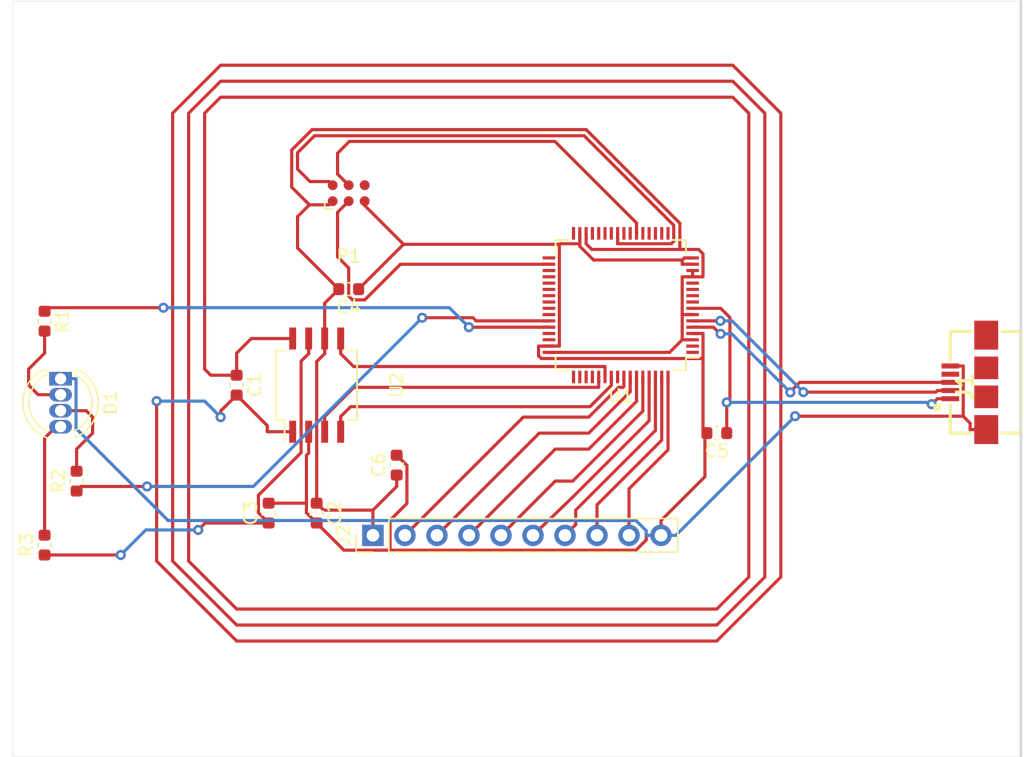
<source format=kicad_pcb>
(kicad_pcb (version 20171130) (host pcbnew "(5.0.2)-1")

  (general
    (thickness 1.6)
    (drawings 4)
    (tracks 281)
    (zones 0)
    (modules 15)
    (nets 63)
  )

  (page A4)
  (title_block
    (title "CEC ESC 01")
    (date 2019-02-28)
    (rev v0.1)
    (company "Blue Ridge Advanced Design")
  )

  (layers
    (0 F.Cu signal)
    (31 B.Cu signal)
    (32 B.Adhes user)
    (33 F.Adhes user)
    (34 B.Paste user)
    (35 F.Paste user)
    (36 B.SilkS user)
    (37 F.SilkS user)
    (38 B.Mask user)
    (39 F.Mask user)
    (40 Dwgs.User user)
    (41 Cmts.User user)
    (42 Eco1.User user)
    (43 Eco2.User user)
    (44 Edge.Cuts user)
    (45 Margin user)
    (46 B.CrtYd user)
    (47 F.CrtYd user)
    (48 B.Fab user)
    (49 F.Fab user)
  )

  (setup
    (last_trace_width 0.25)
    (trace_clearance 0.2)
    (zone_clearance 0.508)
    (zone_45_only no)
    (trace_min 0.1524)
    (segment_width 0.2)
    (edge_width 0.15)
    (via_size 0.8)
    (via_drill 0.4)
    (via_min_size 0.4)
    (via_min_drill 0.3)
    (uvia_size 0.3)
    (uvia_drill 0.1)
    (uvias_allowed no)
    (uvia_min_size 0.2)
    (uvia_min_drill 0.1)
    (pcb_text_width 0.3)
    (pcb_text_size 1.5 1.5)
    (mod_edge_width 0.15)
    (mod_text_size 1 1)
    (mod_text_width 0.15)
    (pad_size 1.524 1.524)
    (pad_drill 0.762)
    (pad_to_mask_clearance 0.051)
    (solder_mask_min_width 0.25)
    (aux_axis_origin 0 0)
    (visible_elements 7FFFFFFF)
    (pcbplotparams
      (layerselection 0x010fc_ffffffff)
      (usegerberextensions true)
      (usegerberattributes false)
      (usegerberadvancedattributes false)
      (creategerberjobfile false)
      (excludeedgelayer true)
      (linewidth 0.100000)
      (plotframeref false)
      (viasonmask false)
      (mode 1)
      (useauxorigin false)
      (hpglpennumber 1)
      (hpglpenspeed 20)
      (hpglpendiameter 15.000000)
      (psnegative false)
      (psa4output false)
      (plotreference true)
      (plotvalue false)
      (plotinvisibletext false)
      (padsonsilk false)
      (subtractmaskfromsilk false)
      (outputformat 1)
      (mirror false)
      (drillshape 0)
      (scaleselection 1)
      (outputdirectory "Gerbers/"))
  )

  (net 0 "")
  (net 1 "Net-(C1-Pad1)")
  (net 2 GND)
  (net 3 VDD)
  (net 4 "Net-(C3-Pad1)")
  (net 5 "Net-(C5-Pad1)")
  (net 6 "Net-(D1-Pad2)")
  (net 7 "Net-(D1-Pad3)")
  (net 8 "Net-(D1-Pad4)")
  (net 9 "Net-(J1-Pad2)")
  (net 10 "Net-(J1-Pad3)")
  (net 11 "Net-(J1-Pad4)")
  (net 12 "Net-(J2-Pad2)")
  (net 13 "Net-(J2-Pad3)")
  (net 14 "Net-(J2-Pad4)")
  (net 15 "Net-(J2-Pad5)")
  (net 16 "Net-(J2-Pad6)")
  (net 17 "Net-(J2-Pad7)")
  (net 18 "Net-(J2-Pad8)")
  (net 19 "Net-(J2-Pad9)")
  (net 20 "Net-(P1-Pad2)")
  (net 21 "Net-(P1-Pad3)")
  (net 22 "Net-(P1-Pad4)")
  (net 23 "Net-(P1-Pad6)")
  (net 24 "Net-(R1-Pad1)")
  (net 25 "Net-(R2-Pad1)")
  (net 26 "Net-(U1-Pad1)")
  (net 27 "Net-(U1-Pad2)")
  (net 28 "Net-(U1-Pad9)")
  (net 29 "Net-(U1-Pad10)")
  (net 30 "Net-(U1-Pad11)")
  (net 31 "Net-(U1-Pad12)")
  (net 32 "Net-(U1-Pad17)")
  (net 33 "Net-(U1-Pad18)")
  (net 34 "Net-(U1-Pad19)")
  (net 35 "Net-(U1-Pad20)")
  (net 36 "Net-(U1-Pad21)")
  (net 37 "Net-(U1-Pad23)")
  (net 38 "Net-(U1-Pad24)")
  (net 39 "Net-(U1-Pad26)")
  (net 40 "Net-(U1-Pad27)")
  (net 41 "Net-(U1-Pad28)")
  (net 42 "Net-(U1-Pad29)")
  (net 43 "Net-(U1-Pad32)")
  (net 44 "Net-(U1-Pad33)")
  (net 45 "Net-(U1-Pad35)")
  (net 46 "Net-(U1-Pad36)")
  (net 47 "Net-(U1-Pad37)")
  (net 48 "Net-(U1-Pad38)")
  (net 49 "Net-(U1-Pad39)")
  (net 50 "Net-(U1-Pad40)")
  (net 51 "Net-(U1-Pad41)")
  (net 52 "Net-(U1-Pad42)")
  (net 53 "Net-(U1-Pad45)")
  (net 54 "Net-(U1-Pad46)")
  (net 55 "Net-(U1-Pad49)")
  (net 56 "Net-(U1-Pad50)")
  (net 57 "Net-(U1-Pad51)")
  (net 58 "Net-(U1-Pad52)")
  (net 59 "Net-(U1-Pad53)")
  (net 60 "Net-(U1-Pad54)")
  (net 61 "Net-(U1-Pad55)")
  (net 62 "Net-(U1-Pad56)")

  (net_class Default "This is the default net class."
    (clearance 0.2)
    (trace_width 0.25)
    (via_dia 0.8)
    (via_drill 0.4)
    (uvia_dia 0.3)
    (uvia_drill 0.1)
    (add_net GND)
    (add_net "Net-(C1-Pad1)")
    (add_net "Net-(C3-Pad1)")
    (add_net "Net-(C5-Pad1)")
    (add_net "Net-(D1-Pad2)")
    (add_net "Net-(D1-Pad3)")
    (add_net "Net-(D1-Pad4)")
    (add_net "Net-(J1-Pad2)")
    (add_net "Net-(J1-Pad3)")
    (add_net "Net-(J1-Pad4)")
    (add_net "Net-(J2-Pad2)")
    (add_net "Net-(J2-Pad3)")
    (add_net "Net-(J2-Pad4)")
    (add_net "Net-(J2-Pad5)")
    (add_net "Net-(J2-Pad6)")
    (add_net "Net-(J2-Pad7)")
    (add_net "Net-(J2-Pad8)")
    (add_net "Net-(J2-Pad9)")
    (add_net "Net-(P1-Pad2)")
    (add_net "Net-(P1-Pad3)")
    (add_net "Net-(P1-Pad4)")
    (add_net "Net-(P1-Pad6)")
    (add_net "Net-(R1-Pad1)")
    (add_net "Net-(R2-Pad1)")
    (add_net "Net-(U1-Pad1)")
    (add_net "Net-(U1-Pad10)")
    (add_net "Net-(U1-Pad11)")
    (add_net "Net-(U1-Pad12)")
    (add_net "Net-(U1-Pad17)")
    (add_net "Net-(U1-Pad18)")
    (add_net "Net-(U1-Pad19)")
    (add_net "Net-(U1-Pad2)")
    (add_net "Net-(U1-Pad20)")
    (add_net "Net-(U1-Pad21)")
    (add_net "Net-(U1-Pad23)")
    (add_net "Net-(U1-Pad24)")
    (add_net "Net-(U1-Pad26)")
    (add_net "Net-(U1-Pad27)")
    (add_net "Net-(U1-Pad28)")
    (add_net "Net-(U1-Pad29)")
    (add_net "Net-(U1-Pad32)")
    (add_net "Net-(U1-Pad33)")
    (add_net "Net-(U1-Pad35)")
    (add_net "Net-(U1-Pad36)")
    (add_net "Net-(U1-Pad37)")
    (add_net "Net-(U1-Pad38)")
    (add_net "Net-(U1-Pad39)")
    (add_net "Net-(U1-Pad40)")
    (add_net "Net-(U1-Pad41)")
    (add_net "Net-(U1-Pad42)")
    (add_net "Net-(U1-Pad45)")
    (add_net "Net-(U1-Pad46)")
    (add_net "Net-(U1-Pad49)")
    (add_net "Net-(U1-Pad50)")
    (add_net "Net-(U1-Pad51)")
    (add_net "Net-(U1-Pad52)")
    (add_net "Net-(U1-Pad53)")
    (add_net "Net-(U1-Pad54)")
    (add_net "Net-(U1-Pad55)")
    (add_net "Net-(U1-Pad56)")
    (add_net "Net-(U1-Pad9)")
    (add_net VDD)
  )

  (module Capacitor_SMD:C_0603_1608Metric (layer F.Cu) (tedit 5B301BBE) (tstamp 5CB529EC)
    (at 121.92 71.12 270)
    (descr "Capacitor SMD 0603 (1608 Metric), square (rectangular) end terminal, IPC_7351 nominal, (Body size source: http://www.tortai-tech.com/upload/download/2011102023233369053.pdf), generated with kicad-footprint-generator")
    (tags capacitor)
    (path /5C75ABD3)
    (attr smd)
    (fp_text reference C1 (at 0 -1.43 270) (layer F.SilkS)
      (effects (font (size 1 1) (thickness 0.15)))
    )
    (fp_text value "4pf 0603" (at 0 1.43 270) (layer F.Fab)
      (effects (font (size 1 1) (thickness 0.15)))
    )
    (fp_line (start -0.8 0.4) (end -0.8 -0.4) (layer F.Fab) (width 0.1))
    (fp_line (start -0.8 -0.4) (end 0.8 -0.4) (layer F.Fab) (width 0.1))
    (fp_line (start 0.8 -0.4) (end 0.8 0.4) (layer F.Fab) (width 0.1))
    (fp_line (start 0.8 0.4) (end -0.8 0.4) (layer F.Fab) (width 0.1))
    (fp_line (start -0.162779 -0.51) (end 0.162779 -0.51) (layer F.SilkS) (width 0.12))
    (fp_line (start -0.162779 0.51) (end 0.162779 0.51) (layer F.SilkS) (width 0.12))
    (fp_line (start -1.48 0.73) (end -1.48 -0.73) (layer F.CrtYd) (width 0.05))
    (fp_line (start -1.48 -0.73) (end 1.48 -0.73) (layer F.CrtYd) (width 0.05))
    (fp_line (start 1.48 -0.73) (end 1.48 0.73) (layer F.CrtYd) (width 0.05))
    (fp_line (start 1.48 0.73) (end -1.48 0.73) (layer F.CrtYd) (width 0.05))
    (fp_text user %R (at 0 0 270) (layer F.Fab)
      (effects (font (size 0.4 0.4) (thickness 0.06)))
    )
    (pad 1 smd roundrect (at -0.7875 0 270) (size 0.875 0.95) (layers F.Cu F.Paste F.Mask) (roundrect_rratio 0.25)
      (net 1 "Net-(C1-Pad1)"))
    (pad 2 smd roundrect (at 0.7875 0 270) (size 0.875 0.95) (layers F.Cu F.Paste F.Mask) (roundrect_rratio 0.25)
      (net 1 "Net-(C1-Pad1)"))
    (model ${KISYS3DMOD}/Capacitor_SMD.3dshapes/C_0603_1608Metric.wrl
      (at (xyz 0 0 0))
      (scale (xyz 1 1 1))
      (rotate (xyz 0 0 0))
    )
  )

  (module Capacitor_SMD:C_0603_1608Metric (layer F.Cu) (tedit 5B301BBE) (tstamp 5CB529FD)
    (at 128.27 81.28 270)
    (descr "Capacitor SMD 0603 (1608 Metric), square (rectangular) end terminal, IPC_7351 nominal, (Body size source: http://www.tortai-tech.com/upload/download/2011102023233369053.pdf), generated with kicad-footprint-generator")
    (tags capacitor)
    (path /5C761DD7)
    (attr smd)
    (fp_text reference C2 (at 0 -1.43 270) (layer F.SilkS)
      (effects (font (size 1 1) (thickness 0.15)))
    )
    (fp_text value 0.1uF (at 0 1.43 270) (layer F.Fab)
      (effects (font (size 1 1) (thickness 0.15)))
    )
    (fp_text user %R (at 0 0 270) (layer F.Fab)
      (effects (font (size 0.4 0.4) (thickness 0.06)))
    )
    (fp_line (start 1.48 0.73) (end -1.48 0.73) (layer F.CrtYd) (width 0.05))
    (fp_line (start 1.48 -0.73) (end 1.48 0.73) (layer F.CrtYd) (width 0.05))
    (fp_line (start -1.48 -0.73) (end 1.48 -0.73) (layer F.CrtYd) (width 0.05))
    (fp_line (start -1.48 0.73) (end -1.48 -0.73) (layer F.CrtYd) (width 0.05))
    (fp_line (start -0.162779 0.51) (end 0.162779 0.51) (layer F.SilkS) (width 0.12))
    (fp_line (start -0.162779 -0.51) (end 0.162779 -0.51) (layer F.SilkS) (width 0.12))
    (fp_line (start 0.8 0.4) (end -0.8 0.4) (layer F.Fab) (width 0.1))
    (fp_line (start 0.8 -0.4) (end 0.8 0.4) (layer F.Fab) (width 0.1))
    (fp_line (start -0.8 -0.4) (end 0.8 -0.4) (layer F.Fab) (width 0.1))
    (fp_line (start -0.8 0.4) (end -0.8 -0.4) (layer F.Fab) (width 0.1))
    (pad 2 smd roundrect (at 0.7875 0 270) (size 0.875 0.95) (layers F.Cu F.Paste F.Mask) (roundrect_rratio 0.25)
      (net 2 GND))
    (pad 1 smd roundrect (at -0.7875 0 270) (size 0.875 0.95) (layers F.Cu F.Paste F.Mask) (roundrect_rratio 0.25)
      (net 3 VDD))
    (model ${KISYS3DMOD}/Capacitor_SMD.3dshapes/C_0603_1608Metric.wrl
      (at (xyz 0 0 0))
      (scale (xyz 1 1 1))
      (rotate (xyz 0 0 0))
    )
  )

  (module Capacitor_SMD:C_0603_1608Metric (layer F.Cu) (tedit 5B301BBE) (tstamp 5CB52A0E)
    (at 124.46 81.28 90)
    (descr "Capacitor SMD 0603 (1608 Metric), square (rectangular) end terminal, IPC_7351 nominal, (Body size source: http://www.tortai-tech.com/upload/download/2011102023233369053.pdf), generated with kicad-footprint-generator")
    (tags capacitor)
    (path /5C7937E7)
    (attr smd)
    (fp_text reference C3 (at 0 -1.43 90) (layer F.SilkS)
      (effects (font (size 1 1) (thickness 0.15)))
    )
    (fp_text value 0.1uF (at 0 1.43 90) (layer F.Fab)
      (effects (font (size 1 1) (thickness 0.15)))
    )
    (fp_text user %R (at 0 1.27 90) (layer F.Fab)
      (effects (font (size 0.4 0.4) (thickness 0.06)))
    )
    (fp_line (start 1.48 0.73) (end -1.48 0.73) (layer F.CrtYd) (width 0.05))
    (fp_line (start 1.48 -0.73) (end 1.48 0.73) (layer F.CrtYd) (width 0.05))
    (fp_line (start -1.48 -0.73) (end 1.48 -0.73) (layer F.CrtYd) (width 0.05))
    (fp_line (start -1.48 0.73) (end -1.48 -0.73) (layer F.CrtYd) (width 0.05))
    (fp_line (start -0.162779 0.51) (end 0.162779 0.51) (layer F.SilkS) (width 0.12))
    (fp_line (start -0.162779 -0.51) (end 0.162779 -0.51) (layer F.SilkS) (width 0.12))
    (fp_line (start 0.8 0.4) (end -0.8 0.4) (layer F.Fab) (width 0.1))
    (fp_line (start 0.8 -0.4) (end 0.8 0.4) (layer F.Fab) (width 0.1))
    (fp_line (start -0.8 -0.4) (end 0.8 -0.4) (layer F.Fab) (width 0.1))
    (fp_line (start -0.8 0.4) (end -0.8 -0.4) (layer F.Fab) (width 0.1))
    (pad 2 smd roundrect (at 0.7875 0 90) (size 0.875 0.95) (layers F.Cu F.Paste F.Mask) (roundrect_rratio 0.25)
      (net 2 GND))
    (pad 1 smd roundrect (at -0.7875 0 90) (size 0.875 0.95) (layers F.Cu F.Paste F.Mask) (roundrect_rratio 0.25)
      (net 4 "Net-(C3-Pad1)"))
    (model ${KISYS3DMOD}/Capacitor_SMD.3dshapes/C_0603_1608Metric.wrl
      (at (xyz 0 0 0))
      (scale (xyz 1 1 1))
      (rotate (xyz 0 0 0))
    )
  )

  (module Capacitor_SMD:C_0603_1608Metric (layer F.Cu) (tedit 5B301BBE) (tstamp 5CB52A1F)
    (at 130.81 63.5 180)
    (descr "Capacitor SMD 0603 (1608 Metric), square (rectangular) end terminal, IPC_7351 nominal, (Body size source: http://www.tortai-tech.com/upload/download/2011102023233369053.pdf), generated with kicad-footprint-generator")
    (tags capacitor)
    (path /5C764784)
    (attr smd)
    (fp_text reference C4 (at 0 -1.43 180) (layer F.SilkS)
      (effects (font (size 1 1) (thickness 0.15)))
    )
    (fp_text value 0.1uF (at 0 1.43 180) (layer F.Fab)
      (effects (font (size 1 1) (thickness 0.15)))
    )
    (fp_line (start -0.8 0.4) (end -0.8 -0.4) (layer F.Fab) (width 0.1))
    (fp_line (start -0.8 -0.4) (end 0.8 -0.4) (layer F.Fab) (width 0.1))
    (fp_line (start 0.8 -0.4) (end 0.8 0.4) (layer F.Fab) (width 0.1))
    (fp_line (start 0.8 0.4) (end -0.8 0.4) (layer F.Fab) (width 0.1))
    (fp_line (start -0.162779 -0.51) (end 0.162779 -0.51) (layer F.SilkS) (width 0.12))
    (fp_line (start -0.162779 0.51) (end 0.162779 0.51) (layer F.SilkS) (width 0.12))
    (fp_line (start -1.48 0.73) (end -1.48 -0.73) (layer F.CrtYd) (width 0.05))
    (fp_line (start -1.48 -0.73) (end 1.48 -0.73) (layer F.CrtYd) (width 0.05))
    (fp_line (start 1.48 -0.73) (end 1.48 0.73) (layer F.CrtYd) (width 0.05))
    (fp_line (start 1.48 0.73) (end -1.48 0.73) (layer F.CrtYd) (width 0.05))
    (fp_text user %R (at 0 0 180) (layer F.Fab)
      (effects (font (size 0.4 0.4) (thickness 0.06)))
    )
    (pad 1 smd roundrect (at -0.7875 0 180) (size 0.875 0.95) (layers F.Cu F.Paste F.Mask) (roundrect_rratio 0.25)
      (net 2 GND))
    (pad 2 smd roundrect (at 0.7875 0 180) (size 0.875 0.95) (layers F.Cu F.Paste F.Mask) (roundrect_rratio 0.25)
      (net 3 VDD))
    (model ${KISYS3DMOD}/Capacitor_SMD.3dshapes/C_0603_1608Metric.wrl
      (at (xyz 0 0 0))
      (scale (xyz 1 1 1))
      (rotate (xyz 0 0 0))
    )
  )

  (module Capacitor_SMD:C_0603_1608Metric (layer F.Cu) (tedit 5B301BBE) (tstamp 5CB52A30)
    (at 160.02 74.93 180)
    (descr "Capacitor SMD 0603 (1608 Metric), square (rectangular) end terminal, IPC_7351 nominal, (Body size source: http://www.tortai-tech.com/upload/download/2011102023233369053.pdf), generated with kicad-footprint-generator")
    (tags capacitor)
    (path /5C797EEC)
    (attr smd)
    (fp_text reference C5 (at 0 -1.43 180) (layer F.SilkS)
      (effects (font (size 1 1) (thickness 0.15)))
    )
    (fp_text value 0.1uF (at 0 1.43 180) (layer F.Fab)
      (effects (font (size 1 1) (thickness 0.15)))
    )
    (fp_line (start -0.8 0.4) (end -0.8 -0.4) (layer F.Fab) (width 0.1))
    (fp_line (start -0.8 -0.4) (end 0.8 -0.4) (layer F.Fab) (width 0.1))
    (fp_line (start 0.8 -0.4) (end 0.8 0.4) (layer F.Fab) (width 0.1))
    (fp_line (start 0.8 0.4) (end -0.8 0.4) (layer F.Fab) (width 0.1))
    (fp_line (start -0.162779 -0.51) (end 0.162779 -0.51) (layer F.SilkS) (width 0.12))
    (fp_line (start -0.162779 0.51) (end 0.162779 0.51) (layer F.SilkS) (width 0.12))
    (fp_line (start -1.48 0.73) (end -1.48 -0.73) (layer F.CrtYd) (width 0.05))
    (fp_line (start -1.48 -0.73) (end 1.48 -0.73) (layer F.CrtYd) (width 0.05))
    (fp_line (start 1.48 -0.73) (end 1.48 0.73) (layer F.CrtYd) (width 0.05))
    (fp_line (start 1.48 0.73) (end -1.48 0.73) (layer F.CrtYd) (width 0.05))
    (fp_text user %R (at 0 0 180) (layer F.Fab)
      (effects (font (size 0.4 0.4) (thickness 0.06)))
    )
    (pad 1 smd roundrect (at -0.7875 0 180) (size 0.875 0.95) (layers F.Cu F.Paste F.Mask) (roundrect_rratio 0.25)
      (net 5 "Net-(C5-Pad1)"))
    (pad 2 smd roundrect (at 0.7875 0 180) (size 0.875 0.95) (layers F.Cu F.Paste F.Mask) (roundrect_rratio 0.25)
      (net 2 GND))
    (model ${KISYS3DMOD}/Capacitor_SMD.3dshapes/C_0603_1608Metric.wrl
      (at (xyz 0 0 0))
      (scale (xyz 1 1 1))
      (rotate (xyz 0 0 0))
    )
  )

  (module Capacitor_SMD:C_0603_1608Metric (layer F.Cu) (tedit 5B301BBE) (tstamp 5CB52A41)
    (at 134.62 77.47 90)
    (descr "Capacitor SMD 0603 (1608 Metric), square (rectangular) end terminal, IPC_7351 nominal, (Body size source: http://www.tortai-tech.com/upload/download/2011102023233369053.pdf), generated with kicad-footprint-generator")
    (tags capacitor)
    (path /5C7BCB7B)
    (attr smd)
    (fp_text reference C6 (at 0 -1.43 90) (layer F.SilkS)
      (effects (font (size 1 1) (thickness 0.15)))
    )
    (fp_text value 0.1uF (at 0 1.43 90) (layer F.Fab)
      (effects (font (size 1 1) (thickness 0.15)))
    )
    (fp_text user %R (at 0 0 90) (layer F.Fab)
      (effects (font (size 0.4 0.4) (thickness 0.06)))
    )
    (fp_line (start 1.48 0.73) (end -1.48 0.73) (layer F.CrtYd) (width 0.05))
    (fp_line (start 1.48 -0.73) (end 1.48 0.73) (layer F.CrtYd) (width 0.05))
    (fp_line (start -1.48 -0.73) (end 1.48 -0.73) (layer F.CrtYd) (width 0.05))
    (fp_line (start -1.48 0.73) (end -1.48 -0.73) (layer F.CrtYd) (width 0.05))
    (fp_line (start -0.162779 0.51) (end 0.162779 0.51) (layer F.SilkS) (width 0.12))
    (fp_line (start -0.162779 -0.51) (end 0.162779 -0.51) (layer F.SilkS) (width 0.12))
    (fp_line (start 0.8 0.4) (end -0.8 0.4) (layer F.Fab) (width 0.1))
    (fp_line (start 0.8 -0.4) (end 0.8 0.4) (layer F.Fab) (width 0.1))
    (fp_line (start -0.8 -0.4) (end 0.8 -0.4) (layer F.Fab) (width 0.1))
    (fp_line (start -0.8 0.4) (end -0.8 -0.4) (layer F.Fab) (width 0.1))
    (pad 2 smd roundrect (at 0.7875 0 90) (size 0.875 0.95) (layers F.Cu F.Paste F.Mask) (roundrect_rratio 0.25)
      (net 2 GND))
    (pad 1 smd roundrect (at -0.7875 0 90) (size 0.875 0.95) (layers F.Cu F.Paste F.Mask) (roundrect_rratio 0.25)
      (net 3 VDD))
    (model ${KISYS3DMOD}/Capacitor_SMD.3dshapes/C_0603_1608Metric.wrl
      (at (xyz 0 0 0))
      (scale (xyz 1 1 1))
      (rotate (xyz 0 0 0))
    )
  )

  (module LED_THT:LED_D5.0mm-4_RGB (layer F.Cu) (tedit 5B74EEBE) (tstamp 5CB52A57)
    (at 107.95 70.612 270)
    (descr "LED, diameter 5.0mm, 2 pins, diameter 5.0mm, 3 pins, diameter 5.0mm, 4 pins, http://www.kingbright.com/attachments/file/psearch/000/00/00/L-154A4SUREQBFZGEW(Ver.9A).pdf")
    (tags "LED diameter 5.0mm 2 pins diameter 5.0mm 3 pins diameter 5.0mm 4 pins RGB RGBLED")
    (path /5C788488)
    (fp_text reference D1 (at 1.905 -3.96 270) (layer F.SilkS)
      (effects (font (size 1 1) (thickness 0.15)))
    )
    (fp_text value LED_CRGB (at 1.905 3.96 270) (layer F.Fab)
      (effects (font (size 1 1) (thickness 0.15)))
    )
    (fp_arc (start 1.905 0) (end -0.595 -1.469694) (angle 299.1) (layer F.Fab) (width 0.1))
    (fp_arc (start 1.905 0) (end -0.655 -1.54483) (angle 127.7) (layer F.SilkS) (width 0.12))
    (fp_arc (start 1.905 0) (end -0.655 1.54483) (angle -127.7) (layer F.SilkS) (width 0.12))
    (fp_arc (start 1.905 0) (end -0.349684 -1.08) (angle 128.8) (layer F.SilkS) (width 0.12))
    (fp_arc (start 1.905 0) (end -0.349684 1.08) (angle -128.8) (layer F.SilkS) (width 0.12))
    (fp_circle (center 1.905 0) (end 4.405 0) (layer F.Fab) (width 0.1))
    (fp_line (start -0.595 -1.469694) (end -0.595 1.469694) (layer F.Fab) (width 0.1))
    (fp_line (start -0.655 -1.545) (end -0.655 -1.08) (layer F.SilkS) (width 0.12))
    (fp_line (start -0.655 1.08) (end -0.655 1.545) (layer F.SilkS) (width 0.12))
    (fp_line (start -1.35 -3.25) (end -1.35 3.25) (layer F.CrtYd) (width 0.05))
    (fp_line (start -1.35 3.25) (end 5.15 3.25) (layer F.CrtYd) (width 0.05))
    (fp_line (start 5.15 3.25) (end 5.15 -3.25) (layer F.CrtYd) (width 0.05))
    (fp_line (start 5.15 -3.25) (end -1.35 -3.25) (layer F.CrtYd) (width 0.05))
    (fp_text user %R (at 1.905 -3.96 270) (layer F.Fab)
      (effects (font (size 1 1) (thickness 0.15)))
    )
    (pad 1 thru_hole rect (at 0 0 270) (size 1.07 1.8) (drill 0.9) (layers *.Cu *.Mask)
      (net 2 GND))
    (pad 2 thru_hole oval (at 1.27 0 270) (size 1.07 1.8) (drill 0.9) (layers *.Cu *.Mask)
      (net 6 "Net-(D1-Pad2)"))
    (pad 3 thru_hole oval (at 2.54 0 270) (size 1.07 1.8) (drill 0.9) (layers *.Cu *.Mask)
      (net 7 "Net-(D1-Pad3)"))
    (pad 4 thru_hole oval (at 3.81 0 270) (size 1.07 1.8) (drill 0.9) (layers *.Cu *.Mask)
      (net 8 "Net-(D1-Pad4)"))
    (model ${KISYS3DMOD}/LED_THT.3dshapes/LED_D5.0mm-4_RGB.wrl
      (offset (xyz 0 0 4.444999933242798))
      (scale (xyz 1 1 1))
      (rotate (xyz -90 0 0))
    )
  )

  (module microusb:10104110-0001LF (layer F.Cu) (tedit 5C7736D5) (tstamp 5CB52A70)
    (at 184.15 74.93 90)
    (descr 10104110-0001LF)
    (tags Connector)
    (path /5C75B78C)
    (attr smd)
    (fp_text reference J1 (at 3.675 -4.42 90) (layer F.SilkS)
      (effects (font (size 1.27 1.27) (thickness 0.254)))
    )
    (fp_text value USB_B_Micro (at 3.675 -4.42 90) (layer F.SilkS) hide
      (effects (font (size 1.27 1.27) (thickness 0.254)))
    )
    (fp_line (start 0 -5.6) (end 8.06 -5.6) (layer Dwgs.User) (width 0.254))
    (fp_line (start 8.06 -5.6) (end 8.06 0) (layer Dwgs.User) (width 0.254))
    (fp_line (start 8.06 0) (end 0 0) (layer Dwgs.User) (width 0.254))
    (fp_line (start 0 0) (end 0 -5.6) (layer Dwgs.User) (width 0.254))
    (fp_line (start 0 0) (end 8.06 0) (layer F.SilkS) (width 0.254))
    (fp_line (start 8.06 0) (end 8.06 -1.447) (layer F.SilkS) (width 0.254))
    (fp_line (start 0 0) (end 0 -1.503) (layer F.SilkS) (width 0.254))
    (fp_line (start 0 -5.6) (end 0 -3.995) (layer F.SilkS) (width 0.254))
    (fp_line (start 8.06 -5.6) (end 8.06 -3.953) (layer F.SilkS) (width 0.254))
    (fp_line (start 0 -5.6) (end 2.216 -5.6) (layer F.SilkS) (width 0.254))
    (fp_line (start 8.06 -5.6) (end 5.771 -5.6) (layer F.SilkS) (width 0.254))
    (fp_circle (center 2.046 -6.629) (end 1.97461 -6.629) (layer F.SilkS) (width 0.254))
    (pad 1 smd rect (at 2.73 -5.6 90) (size 0.4 1.4) (layers F.Cu F.Paste F.Mask)
      (net 5 "Net-(C5-Pad1)"))
    (pad 2 smd rect (at 3.38 -5.6 90) (size 0.4 1.4) (layers F.Cu F.Paste F.Mask)
      (net 9 "Net-(J1-Pad2)"))
    (pad 3 smd rect (at 4.03 -5.6 90) (size 0.4 1.4) (layers F.Cu F.Paste F.Mask)
      (net 10 "Net-(J1-Pad3)"))
    (pad 4 smd rect (at 4.68 -5.6 90) (size 0.4 1.4) (layers F.Cu F.Paste F.Mask)
      (net 11 "Net-(J1-Pad4)"))
    (pad 5 smd rect (at 5.33 -5.6 90) (size 0.4 1.4) (layers F.Cu F.Paste F.Mask)
      (net 2 GND))
    (pad 6 smd rect (at 0.28 -2.75 180) (size 1.9 2.3) (layers F.Cu F.Paste F.Mask)
      (net 2 GND))
    (pad 7 smd rect (at 7.78 -2.75 180) (size 1.9 2.3) (layers F.Cu F.Paste F.Mask))
    (pad 8 smd rect (at 2.88 -2.75 90) (size 1.8 1.9) (layers F.Cu F.Paste F.Mask))
    (pad 9 smd rect (at 5.18 -2.75 90) (size 1.8 1.9) (layers F.Cu F.Paste F.Mask))
    (model ${KISYS3DMOD}/Connector_USB.3dshapes/USB_Micro-B_Molex_47346-0001.step
      (offset (xyz 3.809999942779541 3.809999942779541 0))
      (scale (xyz 1 1 1))
      (rotate (xyz 0 0 0))
    )
  )

  (module Connector_PinHeader_2.54mm:PinHeader_1x10_P2.54mm_Vertical (layer F.Cu) (tedit 59FED5CC) (tstamp 5CB52A8E)
    (at 132.734 83.0481 90)
    (descr "Through hole straight pin header, 1x10, 2.54mm pitch, single row")
    (tags "Through hole pin header THT 1x10 2.54mm single row")
    (path /5C75AEF9)
    (fp_text reference J2 (at 0 -2.33 90) (layer F.SilkS)
      (effects (font (size 1 1) (thickness 0.15)))
    )
    (fp_text value Conn_01x10_Male (at -3.311925 19.665704 180) (layer F.Fab)
      (effects (font (size 1 1) (thickness 0.15)))
    )
    (fp_line (start -0.635 -1.27) (end 1.27 -1.27) (layer F.Fab) (width 0.1))
    (fp_line (start 1.27 -1.27) (end 1.27 24.13) (layer F.Fab) (width 0.1))
    (fp_line (start 1.27 24.13) (end -1.27 24.13) (layer F.Fab) (width 0.1))
    (fp_line (start -1.27 24.13) (end -1.27 -0.635) (layer F.Fab) (width 0.1))
    (fp_line (start -1.27 -0.635) (end -0.635 -1.27) (layer F.Fab) (width 0.1))
    (fp_line (start -1.33 24.19) (end 1.33 24.19) (layer F.SilkS) (width 0.12))
    (fp_line (start -1.33 1.27) (end -1.33 24.19) (layer F.SilkS) (width 0.12))
    (fp_line (start 1.33 1.27) (end 1.33 24.19) (layer F.SilkS) (width 0.12))
    (fp_line (start -1.33 1.27) (end 1.33 1.27) (layer F.SilkS) (width 0.12))
    (fp_line (start -1.33 0) (end -1.33 -1.33) (layer F.SilkS) (width 0.12))
    (fp_line (start -1.33 -1.33) (end 0 -1.33) (layer F.SilkS) (width 0.12))
    (fp_line (start -1.8 -1.8) (end -1.8 24.65) (layer F.CrtYd) (width 0.05))
    (fp_line (start -1.8 24.65) (end 1.8 24.65) (layer F.CrtYd) (width 0.05))
    (fp_line (start 1.8 24.65) (end 1.8 -1.8) (layer F.CrtYd) (width 0.05))
    (fp_line (start 1.8 -1.8) (end -1.8 -1.8) (layer F.CrtYd) (width 0.05))
    (fp_text user %R (at 0 11.43 180) (layer F.Fab)
      (effects (font (size 1 1) (thickness 0.15)))
    )
    (pad 1 thru_hole rect (at 0 0 90) (size 1.7 1.7) (drill 1) (layers *.Cu *.Mask)
      (net 3 VDD))
    (pad 2 thru_hole oval (at 0 2.54 90) (size 1.7 1.7) (drill 1) (layers *.Cu *.Mask)
      (net 12 "Net-(J2-Pad2)"))
    (pad 3 thru_hole oval (at 0 5.08 90) (size 1.7 1.7) (drill 1) (layers *.Cu *.Mask)
      (net 13 "Net-(J2-Pad3)"))
    (pad 4 thru_hole oval (at 0 7.62 90) (size 1.7 1.7) (drill 1) (layers *.Cu *.Mask)
      (net 14 "Net-(J2-Pad4)"))
    (pad 5 thru_hole oval (at 0 10.16 90) (size 1.7 1.7) (drill 1) (layers *.Cu *.Mask)
      (net 15 "Net-(J2-Pad5)"))
    (pad 6 thru_hole oval (at 0 12.7 90) (size 1.7 1.7) (drill 1) (layers *.Cu *.Mask)
      (net 16 "Net-(J2-Pad6)"))
    (pad 7 thru_hole oval (at 0 15.24 90) (size 1.7 1.7) (drill 1) (layers *.Cu *.Mask)
      (net 17 "Net-(J2-Pad7)"))
    (pad 8 thru_hole oval (at 0 17.78 90) (size 1.7 1.7) (drill 1) (layers *.Cu *.Mask)
      (net 18 "Net-(J2-Pad8)"))
    (pad 9 thru_hole oval (at 0 20.32 90) (size 1.7 1.7) (drill 1) (layers *.Cu *.Mask)
      (net 19 "Net-(J2-Pad9)"))
    (pad 10 thru_hole oval (at 0 22.86 90) (size 1.7 1.7) (drill 1) (layers *.Cu *.Mask)
      (net 2 GND))
    (model ${KISYS3DMOD}/Connector_PinHeader_2.54mm.3dshapes/PinHeader_1x10_P2.54mm_Vertical.wrl
      (at (xyz 0 0 0))
      (scale (xyz 1 1 1))
      (rotate (xyz 0 0 0))
    )
  )

  (module Connector:Tag-Connect_TC2030-IDC-FP_2x03_P1.27mm_Vertical (layer F.Cu) (tedit 5A29CE9B) (tstamp 5CB52AB0)
    (at 130.81 55.88)
    (descr "Tag-Connect programming header; http://www.tag-connect.com/Materials/TC2030-IDC.pdf")
    (tags "tag connect programming header pogo pins")
    (path /5C77BBAB)
    (attr virtual)
    (fp_text reference P1 (at 0 5) (layer F.SilkS)
      (effects (font (size 1 1) (thickness 0.15)))
    )
    (fp_text value TC2030-MCP (at 0 -4.7) (layer F.Fab)
      (effects (font (size 1 1) (thickness 0.15)))
    )
    (fp_text user KEEPOUT (at 0 0) (layer Cmts.User)
      (effects (font (size 0.4 0.4) (thickness 0.07)))
    )
    (fp_line (start -1.27 0.635) (end -1.27 -0.635) (layer Dwgs.User) (width 0.1))
    (fp_line (start 1.27 0.635) (end -1.27 0.635) (layer Dwgs.User) (width 0.1))
    (fp_line (start 1.27 -0.635) (end 1.27 0.635) (layer Dwgs.User) (width 0.1))
    (fp_line (start -1.27 -0.635) (end 1.27 -0.635) (layer Dwgs.User) (width 0.1))
    (fp_line (start -1.905 1.27) (end -1.905 0.635) (layer F.SilkS) (width 0.12))
    (fp_line (start -1.27 1.27) (end -1.905 1.27) (layer F.SilkS) (width 0.12))
    (fp_line (start -4.25 4.25) (end -4.25 -4.25) (layer F.CrtYd) (width 0.05))
    (fp_line (start 3.75 4.25) (end -4.25 4.25) (layer F.CrtYd) (width 0.05))
    (fp_line (start 3.75 -4.25) (end 3.75 4.25) (layer F.CrtYd) (width 0.05))
    (fp_line (start -4.25 -4.25) (end 3.75 -4.25) (layer F.CrtYd) (width 0.05))
    (fp_text user %R (at 5.794999 3.894999) (layer F.Fab)
      (effects (font (size 1 1) (thickness 0.15)))
    )
    (fp_line (start -1.27 0.635) (end 0 -0.635) (layer Dwgs.User) (width 0.1))
    (fp_line (start -1.27 0) (end -0.635 -0.635) (layer Dwgs.User) (width 0.1))
    (fp_line (start -0.635 0.635) (end 0.635 -0.635) (layer Dwgs.User) (width 0.1))
    (fp_line (start 0 0.635) (end 1.27 -0.635) (layer Dwgs.User) (width 0.1))
    (fp_line (start 0.635 0.635) (end 1.27 0) (layer Dwgs.User) (width 0.1))
    (pad "" np_thru_hole circle (at -2.54 2.54) (size 2.3749 2.3749) (drill 2.3749) (layers *.Cu *.Mask))
    (pad "" np_thru_hole circle (at -2.54 -2.54) (size 2.3749 2.3749) (drill 2.3749) (layers *.Cu *.Mask))
    (pad "" np_thru_hole circle (at 0.635 -2.54) (size 2.3749 2.3749) (drill 2.3749) (layers *.Cu *.Mask))
    (pad "" np_thru_hole circle (at 0.635 2.54) (size 2.3749 2.3749) (drill 2.3749) (layers *.Cu *.Mask))
    (pad "" np_thru_hole circle (at 2.54 -1.016) (size 0.9906 0.9906) (drill 0.9906) (layers *.Cu *.Mask))
    (pad "" np_thru_hole circle (at 2.54 1.016) (size 0.9906 0.9906) (drill 0.9906) (layers *.Cu *.Mask))
    (pad "" np_thru_hole circle (at -2.54 0) (size 0.9906 0.9906) (drill 0.9906) (layers *.Cu *.Mask))
    (pad 1 connect circle (at -1.27 0.635) (size 0.7874 0.7874) (layers F.Cu F.Mask)
      (net 3 VDD))
    (pad 2 connect circle (at -1.27 -0.635) (size 0.7874 0.7874) (layers F.Cu F.Mask)
      (net 20 "Net-(P1-Pad2)"))
    (pad 3 connect circle (at 0 0.635) (size 0.7874 0.7874) (layers F.Cu F.Mask)
      (net 21 "Net-(P1-Pad3)"))
    (pad 4 connect circle (at 0 -0.635) (size 0.7874 0.7874) (layers F.Cu F.Mask)
      (net 22 "Net-(P1-Pad4)"))
    (pad 5 connect circle (at 1.27 0.635) (size 0.7874 0.7874) (layers F.Cu F.Mask)
      (net 2 GND))
    (pad 6 connect circle (at 1.27 -0.635) (size 0.7874 0.7874) (layers F.Cu F.Mask)
      (net 23 "Net-(P1-Pad6)"))
  )

  (module Resistor_SMD:R_0603_1608Metric (layer F.Cu) (tedit 5B301BBD) (tstamp 5CB52AC1)
    (at 106.68 66.04 270)
    (descr "Resistor SMD 0603 (1608 Metric), square (rectangular) end terminal, IPC_7351 nominal, (Body size source: http://www.tortai-tech.com/upload/download/2011102023233369053.pdf), generated with kicad-footprint-generator")
    (tags resistor)
    (path /5C788680)
    (attr smd)
    (fp_text reference R1 (at 0 -1.43 270) (layer F.SilkS)
      (effects (font (size 1 1) (thickness 0.15)))
    )
    (fp_text value 330 (at 0 1.43 270) (layer F.Fab)
      (effects (font (size 1 1) (thickness 0.15)))
    )
    (fp_line (start -0.8 0.4) (end -0.8 -0.4) (layer F.Fab) (width 0.1))
    (fp_line (start -0.8 -0.4) (end 0.8 -0.4) (layer F.Fab) (width 0.1))
    (fp_line (start 0.8 -0.4) (end 0.8 0.4) (layer F.Fab) (width 0.1))
    (fp_line (start 0.8 0.4) (end -0.8 0.4) (layer F.Fab) (width 0.1))
    (fp_line (start -0.162779 -0.51) (end 0.162779 -0.51) (layer F.SilkS) (width 0.12))
    (fp_line (start -0.162779 0.51) (end 0.162779 0.51) (layer F.SilkS) (width 0.12))
    (fp_line (start -1.48 0.73) (end -1.48 -0.73) (layer F.CrtYd) (width 0.05))
    (fp_line (start -1.48 -0.73) (end 1.48 -0.73) (layer F.CrtYd) (width 0.05))
    (fp_line (start 1.48 -0.73) (end 1.48 0.73) (layer F.CrtYd) (width 0.05))
    (fp_line (start 1.48 0.73) (end -1.48 0.73) (layer F.CrtYd) (width 0.05))
    (fp_text user %R (at 0 0 270) (layer F.Fab)
      (effects (font (size 0.4 0.4) (thickness 0.06)))
    )
    (pad 1 smd roundrect (at -0.7875 0 270) (size 0.875 0.95) (layers F.Cu F.Paste F.Mask) (roundrect_rratio 0.25)
      (net 24 "Net-(R1-Pad1)"))
    (pad 2 smd roundrect (at 0.7875 0 270) (size 0.875 0.95) (layers F.Cu F.Paste F.Mask) (roundrect_rratio 0.25)
      (net 6 "Net-(D1-Pad2)"))
    (model ${KISYS3DMOD}/Resistor_SMD.3dshapes/R_0603_1608Metric.wrl
      (at (xyz 0 0 0))
      (scale (xyz 1 1 1))
      (rotate (xyz 0 0 0))
    )
  )

  (module Resistor_SMD:R_0603_1608Metric (layer F.Cu) (tedit 5B301BBD) (tstamp 5CB52AD2)
    (at 109.22 78.74 90)
    (descr "Resistor SMD 0603 (1608 Metric), square (rectangular) end terminal, IPC_7351 nominal, (Body size source: http://www.tortai-tech.com/upload/download/2011102023233369053.pdf), generated with kicad-footprint-generator")
    (tags resistor)
    (path /5C788630)
    (attr smd)
    (fp_text reference R2 (at 0 -1.43 90) (layer F.SilkS)
      (effects (font (size 1 1) (thickness 0.15)))
    )
    (fp_text value 330 (at 0 1.43 90) (layer F.Fab)
      (effects (font (size 1 1) (thickness 0.15)))
    )
    (fp_text user %R (at 0 0 90) (layer F.Fab)
      (effects (font (size 0.4 0.4) (thickness 0.06)))
    )
    (fp_line (start 1.48 0.73) (end -1.48 0.73) (layer F.CrtYd) (width 0.05))
    (fp_line (start 1.48 -0.73) (end 1.48 0.73) (layer F.CrtYd) (width 0.05))
    (fp_line (start -1.48 -0.73) (end 1.48 -0.73) (layer F.CrtYd) (width 0.05))
    (fp_line (start -1.48 0.73) (end -1.48 -0.73) (layer F.CrtYd) (width 0.05))
    (fp_line (start -0.162779 0.51) (end 0.162779 0.51) (layer F.SilkS) (width 0.12))
    (fp_line (start -0.162779 -0.51) (end 0.162779 -0.51) (layer F.SilkS) (width 0.12))
    (fp_line (start 0.8 0.4) (end -0.8 0.4) (layer F.Fab) (width 0.1))
    (fp_line (start 0.8 -0.4) (end 0.8 0.4) (layer F.Fab) (width 0.1))
    (fp_line (start -0.8 -0.4) (end 0.8 -0.4) (layer F.Fab) (width 0.1))
    (fp_line (start -0.8 0.4) (end -0.8 -0.4) (layer F.Fab) (width 0.1))
    (pad 2 smd roundrect (at 0.7875 0 90) (size 0.875 0.95) (layers F.Cu F.Paste F.Mask) (roundrect_rratio 0.25)
      (net 7 "Net-(D1-Pad3)"))
    (pad 1 smd roundrect (at -0.7875 0 90) (size 0.875 0.95) (layers F.Cu F.Paste F.Mask) (roundrect_rratio 0.25)
      (net 25 "Net-(R2-Pad1)"))
    (model ${KISYS3DMOD}/Resistor_SMD.3dshapes/R_0603_1608Metric.wrl
      (at (xyz 0 0 0))
      (scale (xyz 1 1 1))
      (rotate (xyz 0 0 0))
    )
  )

  (module Resistor_SMD:R_0603_1608Metric (layer F.Cu) (tedit 5B301BBD) (tstamp 5CB52AE3)
    (at 106.68 83.82 90)
    (descr "Resistor SMD 0603 (1608 Metric), square (rectangular) end terminal, IPC_7351 nominal, (Body size source: http://www.tortai-tech.com/upload/download/2011102023233369053.pdf), generated with kicad-footprint-generator")
    (tags resistor)
    (path /5C7885BE)
    (attr smd)
    (fp_text reference R3 (at 0 -1.43 90) (layer F.SilkS)
      (effects (font (size 1 1) (thickness 0.15)))
    )
    (fp_text value 330 (at 0 1.43 90) (layer F.Fab)
      (effects (font (size 1 1) (thickness 0.15)))
    )
    (fp_line (start -0.8 0.4) (end -0.8 -0.4) (layer F.Fab) (width 0.1))
    (fp_line (start -0.8 -0.4) (end 0.8 -0.4) (layer F.Fab) (width 0.1))
    (fp_line (start 0.8 -0.4) (end 0.8 0.4) (layer F.Fab) (width 0.1))
    (fp_line (start 0.8 0.4) (end -0.8 0.4) (layer F.Fab) (width 0.1))
    (fp_line (start -0.162779 -0.51) (end 0.162779 -0.51) (layer F.SilkS) (width 0.12))
    (fp_line (start -0.162779 0.51) (end 0.162779 0.51) (layer F.SilkS) (width 0.12))
    (fp_line (start -1.48 0.73) (end -1.48 -0.73) (layer F.CrtYd) (width 0.05))
    (fp_line (start -1.48 -0.73) (end 1.48 -0.73) (layer F.CrtYd) (width 0.05))
    (fp_line (start 1.48 -0.73) (end 1.48 0.73) (layer F.CrtYd) (width 0.05))
    (fp_line (start 1.48 0.73) (end -1.48 0.73) (layer F.CrtYd) (width 0.05))
    (fp_text user %R (at 0 0 90) (layer F.Fab)
      (effects (font (size 0.4 0.4) (thickness 0.06)))
    )
    (pad 1 smd roundrect (at -0.7875 0 90) (size 0.875 0.95) (layers F.Cu F.Paste F.Mask) (roundrect_rratio 0.25)
      (net 4 "Net-(C3-Pad1)"))
    (pad 2 smd roundrect (at 0.7875 0 90) (size 0.875 0.95) (layers F.Cu F.Paste F.Mask) (roundrect_rratio 0.25)
      (net 8 "Net-(D1-Pad4)"))
    (model ${KISYS3DMOD}/Resistor_SMD.3dshapes/R_0603_1608Metric.wrl
      (at (xyz 0 0 0))
      (scale (xyz 1 1 1))
      (rotate (xyz 0 0 0))
    )
  )

  (module Package_QFP:LQFP-64_10x10mm_P0.5mm (layer F.Cu) (tedit 5A02F146) (tstamp 5CB52B3A)
    (at 152.4 64.77 180)
    (descr "64 LEAD LQFP 10x10mm (see MICREL LQFP10x10-64LD-PL-1.pdf)")
    (tags "QFP 0.5")
    (path /5C770598)
    (attr smd)
    (fp_text reference U1 (at 0 -7.2 180) (layer F.SilkS)
      (effects (font (size 1 1) (thickness 0.15)))
    )
    (fp_text value MKL25Z128VLH4 (at 0 7.2 180) (layer F.Fab)
      (effects (font (size 1 1) (thickness 0.15)))
    )
    (fp_text user %R (at 0 0 180) (layer F.Fab)
      (effects (font (size 1 1) (thickness 0.15)))
    )
    (fp_line (start -4 -5) (end 5 -5) (layer F.Fab) (width 0.15))
    (fp_line (start 5 -5) (end 5 5) (layer F.Fab) (width 0.15))
    (fp_line (start 5 5) (end -5 5) (layer F.Fab) (width 0.15))
    (fp_line (start -5 5) (end -5 -4) (layer F.Fab) (width 0.15))
    (fp_line (start -5 -4) (end -4 -5) (layer F.Fab) (width 0.15))
    (fp_line (start -6.45 -6.45) (end -6.45 6.45) (layer F.CrtYd) (width 0.05))
    (fp_line (start 6.45 -6.45) (end 6.45 6.45) (layer F.CrtYd) (width 0.05))
    (fp_line (start -6.45 -6.45) (end 6.45 -6.45) (layer F.CrtYd) (width 0.05))
    (fp_line (start -6.45 6.45) (end 6.45 6.45) (layer F.CrtYd) (width 0.05))
    (fp_line (start -5.175 -5.175) (end -5.175 -4.175) (layer F.SilkS) (width 0.15))
    (fp_line (start 5.175 -5.175) (end 5.175 -4.1) (layer F.SilkS) (width 0.15))
    (fp_line (start 5.175 5.175) (end 5.175 4.1) (layer F.SilkS) (width 0.15))
    (fp_line (start -5.175 5.175) (end -5.175 4.1) (layer F.SilkS) (width 0.15))
    (fp_line (start -5.175 -5.175) (end -4.1 -5.175) (layer F.SilkS) (width 0.15))
    (fp_line (start -5.175 5.175) (end -4.1 5.175) (layer F.SilkS) (width 0.15))
    (fp_line (start 5.175 5.175) (end 4.1 5.175) (layer F.SilkS) (width 0.15))
    (fp_line (start 5.175 -5.175) (end 4.1 -5.175) (layer F.SilkS) (width 0.15))
    (fp_line (start -5.175 -4.175) (end -6.2 -4.175) (layer F.SilkS) (width 0.15))
    (pad 1 smd rect (at -5.7 -3.75 180) (size 1 0.25) (layers F.Cu F.Paste F.Mask)
      (net 26 "Net-(U1-Pad1)"))
    (pad 2 smd rect (at -5.7 -3.25 180) (size 1 0.25) (layers F.Cu F.Paste F.Mask)
      (net 27 "Net-(U1-Pad2)"))
    (pad 3 smd rect (at -5.7 -2.75 180) (size 1 0.25) (layers F.Cu F.Paste F.Mask)
      (net 3 VDD))
    (pad 4 smd rect (at -5.7 -2.25 180) (size 1 0.25) (layers F.Cu F.Paste F.Mask)
      (net 2 GND))
    (pad 5 smd rect (at -5.7 -1.75 180) (size 1 0.25) (layers F.Cu F.Paste F.Mask)
      (net 10 "Net-(J1-Pad3)"))
    (pad 6 smd rect (at -5.7 -1.25 180) (size 1 0.25) (layers F.Cu F.Paste F.Mask)
      (net 9 "Net-(J1-Pad2)"))
    (pad 7 smd rect (at -5.7 -0.75 180) (size 1 0.25) (layers F.Cu F.Paste F.Mask)
      (net 3 VDD))
    (pad 8 smd rect (at -5.7 -0.25 180) (size 1 0.25) (layers F.Cu F.Paste F.Mask)
      (net 5 "Net-(C5-Pad1)"))
    (pad 9 smd rect (at -5.7 0.25 180) (size 1 0.25) (layers F.Cu F.Paste F.Mask)
      (net 28 "Net-(U1-Pad9)"))
    (pad 10 smd rect (at -5.7 0.75 180) (size 1 0.25) (layers F.Cu F.Paste F.Mask)
      (net 29 "Net-(U1-Pad10)"))
    (pad 11 smd rect (at -5.7 1.25 180) (size 1 0.25) (layers F.Cu F.Paste F.Mask)
      (net 30 "Net-(U1-Pad11)"))
    (pad 12 smd rect (at -5.7 1.75 180) (size 1 0.25) (layers F.Cu F.Paste F.Mask)
      (net 31 "Net-(U1-Pad12)"))
    (pad 13 smd rect (at -5.7 2.25 180) (size 1 0.25) (layers F.Cu F.Paste F.Mask)
      (net 3 VDD))
    (pad 14 smd rect (at -5.7 2.75 180) (size 1 0.25) (layers F.Cu F.Paste F.Mask)
      (net 3 VDD))
    (pad 15 smd rect (at -5.7 3.25 180) (size 1 0.25) (layers F.Cu F.Paste F.Mask)
      (net 2 GND))
    (pad 16 smd rect (at -5.7 3.75 180) (size 1 0.25) (layers F.Cu F.Paste F.Mask)
      (net 2 GND))
    (pad 17 smd rect (at -3.75 5.7 270) (size 1 0.25) (layers F.Cu F.Paste F.Mask)
      (net 32 "Net-(U1-Pad17)"))
    (pad 18 smd rect (at -3.25 5.7 270) (size 1 0.25) (layers F.Cu F.Paste F.Mask)
      (net 33 "Net-(U1-Pad18)"))
    (pad 19 smd rect (at -2.75 5.7 270) (size 1 0.25) (layers F.Cu F.Paste F.Mask)
      (net 34 "Net-(U1-Pad19)"))
    (pad 20 smd rect (at -2.25 5.7 270) (size 1 0.25) (layers F.Cu F.Paste F.Mask)
      (net 35 "Net-(U1-Pad20)"))
    (pad 21 smd rect (at -1.75 5.7 270) (size 1 0.25) (layers F.Cu F.Paste F.Mask)
      (net 36 "Net-(U1-Pad21)"))
    (pad 22 smd rect (at -1.25 5.7 270) (size 1 0.25) (layers F.Cu F.Paste F.Mask)
      (net 22 "Net-(P1-Pad4)"))
    (pad 23 smd rect (at -0.75 5.7 270) (size 1 0.25) (layers F.Cu F.Paste F.Mask)
      (net 37 "Net-(U1-Pad23)"))
    (pad 24 smd rect (at -0.25 5.7 270) (size 1 0.25) (layers F.Cu F.Paste F.Mask)
      (net 38 "Net-(U1-Pad24)"))
    (pad 25 smd rect (at 0.25 5.7 270) (size 1 0.25) (layers F.Cu F.Paste F.Mask)
      (net 20 "Net-(P1-Pad2)"))
    (pad 26 smd rect (at 0.75 5.7 270) (size 1 0.25) (layers F.Cu F.Paste F.Mask)
      (net 39 "Net-(U1-Pad26)"))
    (pad 27 smd rect (at 1.25 5.7 270) (size 1 0.25) (layers F.Cu F.Paste F.Mask)
      (net 40 "Net-(U1-Pad27)"))
    (pad 28 smd rect (at 1.75 5.7 270) (size 1 0.25) (layers F.Cu F.Paste F.Mask)
      (net 41 "Net-(U1-Pad28)"))
    (pad 29 smd rect (at 2.25 5.7 270) (size 1 0.25) (layers F.Cu F.Paste F.Mask)
      (net 42 "Net-(U1-Pad29)"))
    (pad 30 smd rect (at 2.75 5.7 270) (size 1 0.25) (layers F.Cu F.Paste F.Mask)
      (net 3 VDD))
    (pad 31 smd rect (at 3.25 5.7 270) (size 1 0.25) (layers F.Cu F.Paste F.Mask)
      (net 2 GND))
    (pad 32 smd rect (at 3.75 5.7 270) (size 1 0.25) (layers F.Cu F.Paste F.Mask)
      (net 43 "Net-(U1-Pad32)"))
    (pad 33 smd rect (at 5.7 3.75 180) (size 1 0.25) (layers F.Cu F.Paste F.Mask)
      (net 44 "Net-(U1-Pad33)"))
    (pad 34 smd rect (at 5.7 3.25 180) (size 1 0.25) (layers F.Cu F.Paste F.Mask)
      (net 21 "Net-(P1-Pad3)"))
    (pad 35 smd rect (at 5.7 2.75 180) (size 1 0.25) (layers F.Cu F.Paste F.Mask)
      (net 45 "Net-(U1-Pad35)"))
    (pad 36 smd rect (at 5.7 2.25 180) (size 1 0.25) (layers F.Cu F.Paste F.Mask)
      (net 46 "Net-(U1-Pad36)"))
    (pad 37 smd rect (at 5.7 1.75 180) (size 1 0.25) (layers F.Cu F.Paste F.Mask)
      (net 47 "Net-(U1-Pad37)"))
    (pad 38 smd rect (at 5.7 1.25 180) (size 1 0.25) (layers F.Cu F.Paste F.Mask)
      (net 48 "Net-(U1-Pad38)"))
    (pad 39 smd rect (at 5.7 0.75 180) (size 1 0.25) (layers F.Cu F.Paste F.Mask)
      (net 49 "Net-(U1-Pad39)"))
    (pad 40 smd rect (at 5.7 0.25 180) (size 1 0.25) (layers F.Cu F.Paste F.Mask)
      (net 50 "Net-(U1-Pad40)"))
    (pad 41 smd rect (at 5.7 -0.25 180) (size 1 0.25) (layers F.Cu F.Paste F.Mask)
      (net 51 "Net-(U1-Pad41)"))
    (pad 42 smd rect (at 5.7 -0.75 180) (size 1 0.25) (layers F.Cu F.Paste F.Mask)
      (net 52 "Net-(U1-Pad42)"))
    (pad 43 smd rect (at 5.7 -1.25 180) (size 1 0.25) (layers F.Cu F.Paste F.Mask)
      (net 25 "Net-(R2-Pad1)"))
    (pad 44 smd rect (at 5.7 -1.75 180) (size 1 0.25) (layers F.Cu F.Paste F.Mask)
      (net 24 "Net-(R1-Pad1)"))
    (pad 45 smd rect (at 5.7 -2.25 180) (size 1 0.25) (layers F.Cu F.Paste F.Mask)
      (net 53 "Net-(U1-Pad45)"))
    (pad 46 smd rect (at 5.7 -2.75 180) (size 1 0.25) (layers F.Cu F.Paste F.Mask)
      (net 54 "Net-(U1-Pad46)"))
    (pad 47 smd rect (at 5.7 -3.25 180) (size 1 0.25) (layers F.Cu F.Paste F.Mask)
      (net 2 GND))
    (pad 48 smd rect (at 5.7 -3.75 180) (size 1 0.25) (layers F.Cu F.Paste F.Mask)
      (net 3 VDD))
    (pad 49 smd rect (at 3.75 -5.7 270) (size 1 0.25) (layers F.Cu F.Paste F.Mask)
      (net 55 "Net-(U1-Pad49)"))
    (pad 50 smd rect (at 3.25 -5.7 270) (size 1 0.25) (layers F.Cu F.Paste F.Mask)
      (net 56 "Net-(U1-Pad50)"))
    (pad 51 smd rect (at 2.75 -5.7 270) (size 1 0.25) (layers F.Cu F.Paste F.Mask)
      (net 57 "Net-(U1-Pad51)"))
    (pad 52 smd rect (at 2.25 -5.7 270) (size 1 0.25) (layers F.Cu F.Paste F.Mask)
      (net 58 "Net-(U1-Pad52)"))
    (pad 53 smd rect (at 1.75 -5.7 270) (size 1 0.25) (layers F.Cu F.Paste F.Mask)
      (net 59 "Net-(U1-Pad53)"))
    (pad 54 smd rect (at 1.25 -5.7 270) (size 1 0.25) (layers F.Cu F.Paste F.Mask)
      (net 60 "Net-(U1-Pad54)"))
    (pad 55 smd rect (at 0.75 -5.7 270) (size 1 0.25) (layers F.Cu F.Paste F.Mask)
      (net 61 "Net-(U1-Pad55)"))
    (pad 56 smd rect (at 0.25 -5.7 270) (size 1 0.25) (layers F.Cu F.Paste F.Mask)
      (net 62 "Net-(U1-Pad56)"))
    (pad 57 smd rect (at -0.25 -5.7 270) (size 1 0.25) (layers F.Cu F.Paste F.Mask)
      (net 12 "Net-(J2-Pad2)"))
    (pad 58 smd rect (at -0.75 -5.7 270) (size 1 0.25) (layers F.Cu F.Paste F.Mask)
      (net 13 "Net-(J2-Pad3)"))
    (pad 59 smd rect (at -1.25 -5.7 270) (size 1 0.25) (layers F.Cu F.Paste F.Mask)
      (net 14 "Net-(J2-Pad4)"))
    (pad 60 smd rect (at -1.75 -5.7 270) (size 1 0.25) (layers F.Cu F.Paste F.Mask)
      (net 15 "Net-(J2-Pad5)"))
    (pad 61 smd rect (at -2.25 -5.7 270) (size 1 0.25) (layers F.Cu F.Paste F.Mask)
      (net 16 "Net-(J2-Pad6)"))
    (pad 62 smd rect (at -2.75 -5.7 270) (size 1 0.25) (layers F.Cu F.Paste F.Mask)
      (net 17 "Net-(J2-Pad7)"))
    (pad 63 smd rect (at -3.25 -5.7 270) (size 1 0.25) (layers F.Cu F.Paste F.Mask)
      (net 18 "Net-(J2-Pad8)"))
    (pad 64 smd rect (at -3.75 -5.7 270) (size 1 0.25) (layers F.Cu F.Paste F.Mask)
      (net 19 "Net-(J2-Pad9)"))
    (model ${KISYS3DMOD}/Package_QFP.3dshapes/LQFP-64_10x10mm_P0.5mm.wrl
      (at (xyz 0 0 0))
      (scale (xyz 1 1 1))
      (rotate (xyz 0 0 0))
    )
  )

  (module Package_SO:SO-8_5.3x6.2mm_P1.27mm (layer F.Cu) (tedit 5A02F2D3) (tstamp 5CB52B57)
    (at 128.27 71.12 90)
    (descr "8-Lead Plastic Small Outline, 5.3x6.2mm Body (http://www.ti.com.cn/cn/lit/ds/symlink/tl7705a.pdf)")
    (tags "SOIC 1.27")
    (path /5C75787E)
    (attr smd)
    (fp_text reference U2 (at 0 6.35 90) (layer F.SilkS)
      (effects (font (size 1 1) (thickness 0.15)))
    )
    (fp_text value NT3H2211 (at 0 4.13 90) (layer F.Fab)
      (effects (font (size 1 1) (thickness 0.15)))
    )
    (fp_text user %R (at 0 0 90) (layer F.Fab)
      (effects (font (size 1 1) (thickness 0.15)))
    )
    (fp_line (start -1.65 -3.1) (end 2.65 -3.1) (layer F.Fab) (width 0.15))
    (fp_line (start 2.65 -3.1) (end 2.65 3.1) (layer F.Fab) (width 0.15))
    (fp_line (start 2.65 3.1) (end -2.65 3.1) (layer F.Fab) (width 0.15))
    (fp_line (start -2.65 3.1) (end -2.65 -2.1) (layer F.Fab) (width 0.15))
    (fp_line (start -2.65 -2.1) (end -1.65 -3.1) (layer F.Fab) (width 0.15))
    (fp_line (start -4.83 -3.35) (end -4.83 3.35) (layer F.CrtYd) (width 0.05))
    (fp_line (start 4.83 -3.35) (end 4.83 3.35) (layer F.CrtYd) (width 0.05))
    (fp_line (start -4.83 -3.35) (end 4.83 -3.35) (layer F.CrtYd) (width 0.05))
    (fp_line (start -4.83 3.35) (end 4.83 3.35) (layer F.CrtYd) (width 0.05))
    (fp_line (start -2.75 -3.205) (end -2.75 -2.55) (layer F.SilkS) (width 0.15))
    (fp_line (start 2.75 -3.205) (end 2.75 -2.455) (layer F.SilkS) (width 0.15))
    (fp_line (start 2.75 3.205) (end 2.75 2.455) (layer F.SilkS) (width 0.15))
    (fp_line (start -2.75 3.205) (end -2.75 2.455) (layer F.SilkS) (width 0.15))
    (fp_line (start -2.75 -3.205) (end 2.75 -3.205) (layer F.SilkS) (width 0.15))
    (fp_line (start -2.75 3.205) (end 2.75 3.205) (layer F.SilkS) (width 0.15))
    (fp_line (start -2.75 -2.55) (end -4.5 -2.55) (layer F.SilkS) (width 0.15))
    (pad 1 smd rect (at -3.7 -1.905 90) (size 1.75 0.55) (layers F.Cu F.Paste F.Mask)
      (net 1 "Net-(C1-Pad1)"))
    (pad 2 smd rect (at -3.7 -0.635 90) (size 1.75 0.55) (layers F.Cu F.Paste F.Mask)
      (net 2 GND))
    (pad 3 smd rect (at -3.7 0.635 90) (size 1.75 0.55) (layers F.Cu F.Paste F.Mask)
      (net 59 "Net-(U1-Pad53)"))
    (pad 4 smd rect (at -3.7 1.905 90) (size 1.75 0.55) (layers F.Cu F.Paste F.Mask)
      (net 61 "Net-(U1-Pad55)"))
    (pad 5 smd rect (at 3.7 1.905 90) (size 1.75 0.55) (layers F.Cu F.Paste F.Mask)
      (net 60 "Net-(U1-Pad54)"))
    (pad 6 smd rect (at 3.7 0.635 90) (size 1.75 0.55) (layers F.Cu F.Paste F.Mask)
      (net 3 VDD))
    (pad 7 smd rect (at 3.7 -0.635 90) (size 1.75 0.55) (layers F.Cu F.Paste F.Mask)
      (net 4 "Net-(C3-Pad1)"))
    (pad 8 smd rect (at 3.7 -1.905 90) (size 1.75 0.55) (layers F.Cu F.Paste F.Mask)
      (net 1 "Net-(C1-Pad1)"))
    (model ${KISYS3DMOD}/Package_SO.3dshapes/SO-8_5.3x6.2mm_P1.27mm.wrl
      (at (xyz 0 0 0))
      (scale (xyz 1 1 1))
      (rotate (xyz 0 0 0))
    )
  )

  (gr_line (start 104.14 40.64) (end 184.15 40.64) (layer Edge.Cuts) (width 0.0254))
  (gr_line (start 104.14 100.584) (end 104.14 40.64) (layer Edge.Cuts) (width 0.0254))
  (gr_line (start 104.14 100.584) (end 184.15 100.584) (layer Edge.Cuts) (width 0.0254))
  (gr_line (start 184.15 40.64) (end 184.15 100.584) (layer Edge.Cuts) (width 0.2))

  (segment (start 126.365 74.82) (end 124.35 74.82) (width 0.25) (layer F.Cu) (net 1))
  (segment (start 124.35 74.82) (end 124.35 74.3375) (width 0.25) (layer F.Cu) (net 1))
  (segment (start 124.35 74.3375) (end 121.92 71.9075) (width 0.25) (layer F.Cu) (net 1))
  (segment (start 121.92 70.3325) (end 121.92 68.58) (width 0.25) (layer F.Cu) (net 1))
  (segment (start 121.92 68.58) (end 123.08 67.42) (width 0.25) (layer F.Cu) (net 1))
  (segment (start 123.08 67.42) (end 126.365 67.42) (width 0.25) (layer F.Cu) (net 1))
  (segment (start 120.65 73.66) (end 120.65 73.1775) (width 0.25) (layer F.Cu) (net 1))
  (segment (start 120.65 73.1775) (end 121.92 71.9075) (width 0.25) (layer F.Cu) (net 1))
  (segment (start 115.57 72.39) (end 119.38 72.39) (width 0.25) (layer B.Cu) (net 1))
  (segment (start 119.38 72.39) (end 120.65 73.66) (width 0.25) (layer B.Cu) (net 1))
  (segment (start 121.92 70.3325) (end 119.862 70.3325) (width 0.25) (layer F.Cu) (net 1))
  (segment (start 119.862 70.3325) (end 119.38 69.85) (width 0.25) (layer F.Cu) (net 1))
  (segment (start 119.38 69.85) (end 119.38 49.53) (width 0.25) (layer F.Cu) (net 1))
  (segment (start 119.38 49.53) (end 120.65 48.26) (width 0.25) (layer F.Cu) (net 1))
  (segment (start 120.65 48.26) (end 161.29 48.26) (width 0.25) (layer F.Cu) (net 1))
  (segment (start 161.29 48.26) (end 162.56 49.53) (width 0.25) (layer F.Cu) (net 1))
  (segment (start 162.56 49.53) (end 162.56 86.36) (width 0.25) (layer F.Cu) (net 1))
  (segment (start 162.56 86.36) (end 160.02 88.9) (width 0.25) (layer F.Cu) (net 1))
  (segment (start 160.02 88.9) (end 121.92 88.9) (width 0.25) (layer F.Cu) (net 1))
  (segment (start 121.92 88.9) (end 118.11 85.09) (width 0.25) (layer F.Cu) (net 1))
  (segment (start 118.11 85.09) (end 118.11 49.53) (width 0.25) (layer F.Cu) (net 1))
  (segment (start 118.11 49.53) (end 120.65 46.99) (width 0.25) (layer F.Cu) (net 1))
  (segment (start 120.65 46.99) (end 161.29 46.99) (width 0.25) (layer F.Cu) (net 1))
  (segment (start 161.29 46.99) (end 163.83 49.53) (width 0.25) (layer F.Cu) (net 1))
  (segment (start 163.83 49.53) (end 163.83 86.36) (width 0.25) (layer F.Cu) (net 1))
  (segment (start 163.83 86.36) (end 160.02 90.17) (width 0.25) (layer F.Cu) (net 1))
  (segment (start 160.02 90.17) (end 121.92 90.17) (width 0.25) (layer F.Cu) (net 1))
  (segment (start 121.92 90.17) (end 116.84 85.09) (width 0.25) (layer F.Cu) (net 1))
  (segment (start 116.84 85.09) (end 116.84 49.53) (width 0.25) (layer F.Cu) (net 1))
  (segment (start 116.84 49.53) (end 120.65 45.72) (width 0.25) (layer F.Cu) (net 1))
  (segment (start 120.65 45.72) (end 161.29 45.72) (width 0.25) (layer F.Cu) (net 1))
  (segment (start 161.29 45.72) (end 165.1 49.53) (width 0.25) (layer F.Cu) (net 1))
  (segment (start 165.1 49.53) (end 165.1 86.36) (width 0.25) (layer F.Cu) (net 1))
  (segment (start 165.1 86.36) (end 160.02 91.44) (width 0.25) (layer F.Cu) (net 1))
  (segment (start 160.02 91.44) (end 121.92 91.44) (width 0.25) (layer F.Cu) (net 1))
  (segment (start 121.92 91.44) (end 115.57 85.09) (width 0.25) (layer F.Cu) (net 1))
  (segment (start 115.57 85.09) (end 115.57 72.39) (width 0.25) (layer F.Cu) (net 1))
  (via (at 120.65 73.66) (size 0.8) (layers F.Cu B.Cu) (net 1))
  (via (at 115.57 72.39) (size 0.8) (layers F.Cu B.Cu) (net 1))
  (segment (start 155.594 83.0481) (end 154.4187 83.0481) (width 0.25) (layer B.Cu) (net 2))
  (segment (start 154.4187 83.0481) (end 154.4187 82.6807) (width 0.25) (layer B.Cu) (net 2))
  (segment (start 154.4187 82.6807) (end 153.6108 81.8728) (width 0.25) (layer B.Cu) (net 2))
  (segment (start 153.6108 81.8728) (end 116.4856 81.8728) (width 0.25) (layer B.Cu) (net 2))
  (segment (start 116.4856 81.8728) (end 109.1753 74.5625) (width 0.25) (layer B.Cu) (net 2))
  (segment (start 109.1753 74.5625) (end 109.1753 70.612) (width 0.25) (layer B.Cu) (net 2))
  (segment (start 156.1817 83.0481) (end 155.594 83.0481) (width 0.25) (layer B.Cu) (net 2))
  (segment (start 107.95 70.612) (end 109.1753 70.612) (width 0.25) (layer B.Cu) (net 2))
  (segment (start 158.9253 69.0085) (end 158.9253 74.7764) (width 0.25) (layer F.Cu) (net 2))
  (segment (start 158.9253 74.7764) (end 159.0789 74.93) (width 0.25) (layer F.Cu) (net 2))
  (segment (start 158.9253 67.02) (end 158.9253 69.0085) (width 0.25) (layer F.Cu) (net 2))
  (segment (start 158.9253 69.0085) (end 146.096 69.0085) (width 0.25) (layer F.Cu) (net 2))
  (segment (start 146.096 69.0085) (end 145.8747 68.7872) (width 0.25) (layer F.Cu) (net 2))
  (segment (start 145.8747 68.7872) (end 145.8747 68.02) (width 0.25) (layer F.Cu) (net 2))
  (segment (start 146.7 68.02) (end 145.8747 68.02) (width 0.25) (layer F.Cu) (net 2))
  (segment (start 149.15 59.8953) (end 149.15 60.0931) (width 0.25) (layer F.Cu) (net 2))
  (segment (start 149.15 60.0931) (end 150.2391 61.1822) (width 0.25) (layer F.Cu) (net 2))
  (segment (start 150.2391 61.1822) (end 157.2747 61.1822) (width 0.25) (layer F.Cu) (net 2))
  (segment (start 149.15 59.8953) (end 147.5672 59.8953) (width 0.25) (layer F.Cu) (net 2))
  (segment (start 147.5672 59.8953) (end 147.5253 59.9372) (width 0.25) (layer F.Cu) (net 2))
  (segment (start 157.2747 61.1822) (end 157.2747 61.52) (width 0.25) (layer F.Cu) (net 2))
  (segment (start 157.8 61.02) (end 157.4369 61.02) (width 0.25) (layer F.Cu) (net 2))
  (segment (start 157.4369 61.02) (end 157.2747 61.1822) (width 0.25) (layer F.Cu) (net 2))
  (segment (start 147.5253 59.9372) (end 135.1603 59.9372) (width 0.25) (layer F.Cu) (net 2))
  (segment (start 147.5253 68.02) (end 147.5253 59.9372) (width 0.25) (layer F.Cu) (net 2))
  (segment (start 149.15 59.07) (end 149.15 59.8953) (width 0.25) (layer F.Cu) (net 2))
  (segment (start 146.7 68.02) (end 147.5253 68.02) (width 0.25) (layer F.Cu) (net 2))
  (segment (start 134.0932 84.2234) (end 153.6108 84.2234) (width 0.25) (layer F.Cu) (net 2))
  (segment (start 153.6108 84.2234) (end 154.4187 83.4155) (width 0.25) (layer F.Cu) (net 2))
  (segment (start 154.4187 83.4155) (end 154.4187 83.0481) (width 0.25) (layer F.Cu) (net 2))
  (segment (start 128.27 82.0675) (end 130.4259 84.2234) (width 0.25) (layer F.Cu) (net 2))
  (segment (start 130.4259 84.2234) (end 134.0932 84.2234) (width 0.25) (layer F.Cu) (net 2))
  (segment (start 134.0932 84.2234) (end 134.0932 81.8511) (width 0.25) (layer F.Cu) (net 2))
  (segment (start 134.0932 81.8511) (end 135.4313 80.513) (width 0.25) (layer F.Cu) (net 2))
  (segment (start 135.4313 80.513) (end 135.4313 77.4938) (width 0.25) (layer F.Cu) (net 2))
  (segment (start 135.4313 77.4938) (end 134.62 76.6825) (width 0.25) (layer F.Cu) (net 2))
  (segment (start 127.4587 80.4925) (end 127.4587 81.2562) (width 0.25) (layer F.Cu) (net 2))
  (segment (start 127.4587 81.2562) (end 128.27 82.0675) (width 0.25) (layer F.Cu) (net 2))
  (segment (start 124.46 80.4925) (end 127.4587 80.4925) (width 0.25) (layer F.Cu) (net 2))
  (segment (start 127.635 74.82) (end 127.635 76.516) (width 0.25) (layer F.Cu) (net 2))
  (segment (start 127.635 76.516) (end 127.4587 76.6923) (width 0.25) (layer F.Cu) (net 2))
  (segment (start 127.4587 76.6923) (end 127.4587 80.4925) (width 0.25) (layer F.Cu) (net 2))
  (segment (start 179.5646 73.5857) (end 166.2317 73.5857) (width 0.25) (layer F.Cu) (net 2))
  (segment (start 156.7693 83.0481) (end 166.2317 73.5857) (width 0.25) (layer B.Cu) (net 2))
  (segment (start 135.1603 59.9372) (end 131.5975 63.5) (width 0.25) (layer F.Cu) (net 2))
  (segment (start 135.1603 59.9372) (end 132.08 56.8569) (width 0.25) (layer F.Cu) (net 2))
  (segment (start 132.08 56.8569) (end 132.08 56.515) (width 0.25) (layer F.Cu) (net 2))
  (segment (start 159.0789 74.93) (end 159.0789 78.3879) (width 0.25) (layer F.Cu) (net 2))
  (segment (start 159.0789 78.3879) (end 155.594 81.8728) (width 0.25) (layer F.Cu) (net 2))
  (segment (start 159.0789 74.93) (end 159.2325 74.93) (width 0.25) (layer F.Cu) (net 2))
  (segment (start 155.594 83.0481) (end 155.594 81.8728) (width 0.25) (layer F.Cu) (net 2))
  (segment (start 155.594 83.0481) (end 154.4187 83.0481) (width 0.25) (layer F.Cu) (net 2))
  (segment (start 156.1817 83.0481) (end 156.7693 83.0481) (width 0.25) (layer B.Cu) (net 2))
  (segment (start 158.1 67.02) (end 158.9253 67.02) (width 0.25) (layer F.Cu) (net 2))
  (segment (start 179.5646 73.5857) (end 179.5753 73.575) (width 0.25) (layer F.Cu) (net 2))
  (segment (start 179.5753 73.575) (end 179.5753 69.6) (width 0.25) (layer F.Cu) (net 2))
  (segment (start 180.1247 74.65) (end 180.1247 74.1458) (width 0.25) (layer F.Cu) (net 2))
  (segment (start 180.1247 74.1458) (end 179.5646 73.5857) (width 0.25) (layer F.Cu) (net 2))
  (segment (start 178.55 69.6) (end 179.5753 69.6) (width 0.25) (layer F.Cu) (net 2))
  (segment (start 181.4 74.65) (end 180.1247 74.65) (width 0.25) (layer F.Cu) (net 2))
  (segment (start 158.1 61.52) (end 157.2747 61.52) (width 0.25) (layer F.Cu) (net 2))
  (segment (start 158.1 61.02) (end 157.8 61.02) (width 0.25) (layer F.Cu) (net 2))
  (via (at 166.2317 73.5857) (size 0.8) (layers F.Cu B.Cu) (net 2))
  (segment (start 128.905 67.42) (end 128.905 68.6203) (width 0.25) (layer F.Cu) (net 3))
  (segment (start 128.905 68.6203) (end 128.27 69.2553) (width 0.25) (layer F.Cu) (net 3))
  (segment (start 128.27 69.2553) (end 128.27 80.4925) (width 0.25) (layer F.Cu) (net 3))
  (segment (start 130.0225 63.5) (end 128.905 64.6175) (width 0.25) (layer F.Cu) (net 3))
  (segment (start 128.905 64.6175) (end 128.905 67.42) (width 0.25) (layer F.Cu) (net 3))
  (segment (start 146.7 68.52) (end 156.2747 68.52) (width 0.25) (layer F.Cu) (net 3))
  (segment (start 156.2747 68.52) (end 157.2747 67.52) (width 0.25) (layer F.Cu) (net 3))
  (segment (start 158.1 67.52) (end 157.2747 67.52) (width 0.25) (layer F.Cu) (net 3))
  (segment (start 157.2747 65.52) (end 157.2747 67.52) (width 0.25) (layer F.Cu) (net 3))
  (segment (start 157.2747 62.52) (end 157.2747 65.52) (width 0.25) (layer F.Cu) (net 3))
  (segment (start 157.2747 65.52) (end 158.1 65.52) (width 0.25) (layer F.Cu) (net 3))
  (segment (start 158.1 62.52) (end 157.2747 62.52) (width 0.25) (layer F.Cu) (net 3))
  (segment (start 134.62 78.2575) (end 134.62 79.1599) (width 0.25) (layer F.Cu) (net 3))
  (segment (start 134.62 79.1599) (end 132.734 81.0459) (width 0.25) (layer F.Cu) (net 3))
  (segment (start 130.0225 63.5) (end 126.7523 60.2298) (width 0.25) (layer F.Cu) (net 3))
  (segment (start 126.7523 60.2298) (end 126.7523 57.7439) (width 0.25) (layer F.Cu) (net 3))
  (segment (start 126.7523 57.7439) (end 127.6923 56.8039) (width 0.25) (layer F.Cu) (net 3))
  (segment (start 157.0896 60.3457) (end 158.5756 60.3457) (width 0.25) (layer F.Cu) (net 3))
  (segment (start 158.5756 60.3457) (end 158.9253 60.6954) (width 0.25) (layer F.Cu) (net 3))
  (segment (start 158.9253 60.6954) (end 158.9253 62.52) (width 0.25) (layer F.Cu) (net 3))
  (segment (start 149.65 59.8953) (end 150.1004 60.3457) (width 0.25) (layer F.Cu) (net 3))
  (segment (start 150.1004 60.3457) (end 157.0896 60.3457) (width 0.25) (layer F.Cu) (net 3))
  (segment (start 157.0896 60.3457) (end 157.0896 58.2665) (width 0.25) (layer F.Cu) (net 3))
  (segment (start 157.0896 58.2665) (end 149.6565 50.8334) (width 0.25) (layer F.Cu) (net 3))
  (segment (start 149.6565 50.8334) (end 127.9063 50.8334) (width 0.25) (layer F.Cu) (net 3))
  (segment (start 127.9063 50.8334) (end 126.2883 52.4514) (width 0.25) (layer F.Cu) (net 3))
  (segment (start 126.2883 52.4514) (end 126.2883 55.3999) (width 0.25) (layer F.Cu) (net 3))
  (segment (start 126.2883 55.3999) (end 127.6923 56.8039) (width 0.25) (layer F.Cu) (net 3))
  (segment (start 127.6923 56.8039) (end 129.2511 56.8039) (width 0.25) (layer F.Cu) (net 3))
  (segment (start 129.2511 56.8039) (end 129.54 56.515) (width 0.25) (layer F.Cu) (net 3))
  (segment (start 149.65 59.07) (end 149.65 59.8953) (width 0.25) (layer F.Cu) (net 3))
  (segment (start 132.734 81.0459) (end 128.8234 81.0459) (width 0.25) (layer F.Cu) (net 3))
  (segment (start 128.8234 81.0459) (end 128.27 80.4925) (width 0.25) (layer F.Cu) (net 3))
  (segment (start 132.734 81.0459) (end 132.734 81.8728) (width 0.25) (layer F.Cu) (net 3))
  (segment (start 132.734 83.0481) (end 132.734 81.8728) (width 0.25) (layer F.Cu) (net 3))
  (segment (start 158.1 62.02) (end 158.1 62.52) (width 0.25) (layer F.Cu) (net 3))
  (segment (start 158.1 62.52) (end 158.9253 62.52) (width 0.25) (layer F.Cu) (net 3))
  (segment (start 124.46 82.0675) (end 119.4224 82.0675) (width 0.25) (layer F.Cu) (net 4))
  (segment (start 119.4224 82.0675) (end 118.871 82.6189) (width 0.25) (layer F.Cu) (net 4))
  (segment (start 112.7231 84.6075) (end 114.7117 82.6189) (width 0.25) (layer B.Cu) (net 4))
  (segment (start 114.7117 82.6189) (end 118.871 82.6189) (width 0.25) (layer B.Cu) (net 4))
  (segment (start 112.7231 84.6075) (end 106.68 84.6075) (width 0.25) (layer F.Cu) (net 4))
  (segment (start 127.635 68.6203) (end 127.0347 69.2206) (width 0.25) (layer F.Cu) (net 4))
  (segment (start 127.0347 69.2206) (end 127.0347 76.4794) (width 0.25) (layer F.Cu) (net 4))
  (segment (start 127.0347 76.4794) (end 123.6487 79.8654) (width 0.25) (layer F.Cu) (net 4))
  (segment (start 123.6487 79.8654) (end 123.6487 81.2562) (width 0.25) (layer F.Cu) (net 4))
  (segment (start 123.6487 81.2562) (end 124.46 82.0675) (width 0.25) (layer F.Cu) (net 4))
  (segment (start 127.635 67.42) (end 127.635 68.6203) (width 0.25) (layer F.Cu) (net 4))
  (via (at 112.7231 84.6075) (size 0.8) (layers F.Cu B.Cu) (net 4))
  (via (at 118.871 82.6189) (size 0.8) (layers F.Cu B.Cu) (net 4))
  (segment (start 160.8075 72.4915) (end 176.9302 72.4915) (width 0.25) (layer B.Cu) (net 5))
  (segment (start 176.9302 72.4915) (end 177.0688 72.6301) (width 0.25) (layer B.Cu) (net 5))
  (segment (start 158.1 65.02) (end 160.3266 65.02) (width 0.25) (layer F.Cu) (net 5))
  (segment (start 160.3266 65.02) (end 161.0624 65.7558) (width 0.25) (layer F.Cu) (net 5))
  (segment (start 161.0624 65.7558) (end 161.0624 72.2366) (width 0.25) (layer F.Cu) (net 5))
  (segment (start 161.0624 72.2366) (end 160.8075 72.4915) (width 0.25) (layer F.Cu) (net 5))
  (segment (start 160.8075 72.4915) (end 160.8075 74.93) (width 0.25) (layer F.Cu) (net 5))
  (segment (start 178.55 72.2) (end 177.5247 72.2) (width 0.25) (layer F.Cu) (net 5))
  (segment (start 177.0688 72.6301) (end 177.0946 72.6301) (width 0.25) (layer F.Cu) (net 5))
  (segment (start 177.0946 72.6301) (end 177.5247 72.2) (width 0.25) (layer F.Cu) (net 5))
  (via (at 177.0688 72.6301) (size 0.8) (layers F.Cu B.Cu) (net 5))
  (via (at 160.8075 72.4915) (size 0.8) (layers F.Cu B.Cu) (net 5))
  (segment (start 106.68 66.8275) (end 106.68 68.58) (width 0.25) (layer F.Cu) (net 6))
  (segment (start 106.68 68.58) (end 105.41 69.85) (width 0.25) (layer F.Cu) (net 6))
  (segment (start 105.41 69.85) (end 105.41 71.12) (width 0.25) (layer F.Cu) (net 6))
  (segment (start 105.41 71.12) (end 106.172 71.882) (width 0.25) (layer F.Cu) (net 6))
  (segment (start 106.172 71.882) (end 107.95 71.882) (width 0.25) (layer F.Cu) (net 6))
  (segment (start 109.22 77.9525) (end 109.22 76.2) (width 0.25) (layer F.Cu) (net 7))
  (segment (start 109.22 76.2) (end 110.49 74.93) (width 0.25) (layer F.Cu) (net 7))
  (segment (start 110.49 74.93) (end 110.49 73.66) (width 0.25) (layer F.Cu) (net 7))
  (segment (start 110.49 73.66) (end 109.982 73.152) (width 0.25) (layer F.Cu) (net 7))
  (segment (start 109.982 73.152) (end 107.95 73.152) (width 0.25) (layer F.Cu) (net 7))
  (segment (start 106.68 83.0325) (end 106.68 75.327) (width 0.25) (layer F.Cu) (net 8))
  (segment (start 106.68 75.327) (end 107.585 74.422) (width 0.25) (layer F.Cu) (net 8))
  (segment (start 107.585 74.422) (end 107.95 74.422) (width 0.25) (layer F.Cu) (net 8))
  (segment (start 158.1 66.02) (end 160.3007 66.02) (width 0.25) (layer F.Cu) (net 9))
  (segment (start 166.8866 71.6746) (end 161.232 66.02) (width 0.25) (layer B.Cu) (net 9))
  (segment (start 161.232 66.02) (end 160.3007 66.02) (width 0.25) (layer B.Cu) (net 9))
  (segment (start 166.8866 71.6746) (end 177.4001 71.6746) (width 0.25) (layer F.Cu) (net 9))
  (segment (start 177.4001 71.6746) (end 177.5247 71.55) (width 0.25) (layer F.Cu) (net 9))
  (segment (start 178.55 71.55) (end 177.5247 71.55) (width 0.25) (layer F.Cu) (net 9))
  (via (at 166.8866 71.6746) (size 0.8) (layers F.Cu B.Cu) (net 9))
  (via (at 160.3007 66.02) (size 0.8) (layers F.Cu B.Cu) (net 9))
  (segment (start 158.1 66.52) (end 159.7524 66.52) (width 0.25) (layer F.Cu) (net 10))
  (segment (start 159.7524 66.52) (end 160.2807 67.0483) (width 0.25) (layer F.Cu) (net 10))
  (segment (start 160.2807 67.0483) (end 160.3221 67.0483) (width 0.25) (layer F.Cu) (net 10))
  (segment (start 165.8558 71.6949) (end 161.2092 67.0483) (width 0.25) (layer B.Cu) (net 10))
  (segment (start 161.2092 67.0483) (end 160.3221 67.0483) (width 0.25) (layer B.Cu) (net 10))
  (segment (start 165.8558 71.6949) (end 165.8558 71.6395) (width 0.25) (layer F.Cu) (net 10))
  (segment (start 165.8558 71.6395) (end 166.5953 70.9) (width 0.25) (layer F.Cu) (net 10))
  (segment (start 166.5953 70.9) (end 178.55 70.9) (width 0.25) (layer F.Cu) (net 10))
  (via (at 165.8558 71.6949) (size 0.8) (layers F.Cu B.Cu) (net 10))
  (via (at 160.3221 67.0483) (size 0.8) (layers F.Cu B.Cu) (net 10))
  (segment (start 152.65 70.47) (end 152.65 71.22) (width 0.25) (layer F.Cu) (net 12))
  (segment (start 152.65 71.22) (end 152.575 71.295) (width 0.25) (layer F.Cu) (net 12))
  (segment (start 152.575 71.295) (end 152.225 71.295) (width 0.25) (layer F.Cu) (net 12))
  (segment (start 152.225 71.295) (end 149.86 73.66) (width 0.25) (layer F.Cu) (net 12))
  (segment (start 149.86 73.66) (end 144.662 73.66) (width 0.25) (layer F.Cu) (net 12))
  (segment (start 144.662 73.66) (end 135.274 83.0481) (width 0.25) (layer F.Cu) (net 12))
  (segment (start 153.15 70.47) (end 153.15 71.64) (width 0.25) (layer F.Cu) (net 13))
  (segment (start 153.15 71.64) (end 149.86 74.93) (width 0.25) (layer F.Cu) (net 13))
  (segment (start 149.86 74.93) (end 145.932 74.93) (width 0.25) (layer F.Cu) (net 13))
  (segment (start 145.932 74.93) (end 137.814 83.0481) (width 0.25) (layer F.Cu) (net 13))
  (segment (start 153.65 70.47) (end 153.65 72.37) (width 0.25) (layer F.Cu) (net 14))
  (segment (start 153.65 72.37) (end 153.67 72.39) (width 0.25) (layer F.Cu) (net 14))
  (segment (start 153.67 72.39) (end 149.86 76.2) (width 0.25) (layer F.Cu) (net 14))
  (segment (start 149.86 76.2) (end 147.202 76.2) (width 0.25) (layer F.Cu) (net 14))
  (segment (start 147.202 76.2) (end 140.354 83.0481) (width 0.25) (layer F.Cu) (net 14))
  (segment (start 154.15 70.47) (end 154.15 73.18) (width 0.25) (layer F.Cu) (net 15))
  (segment (start 154.15 73.18) (end 148.59 78.74) (width 0.25) (layer F.Cu) (net 15))
  (segment (start 148.59 78.74) (end 147.202 78.74) (width 0.25) (layer F.Cu) (net 15))
  (segment (start 147.202 78.74) (end 142.894 83.0481) (width 0.25) (layer F.Cu) (net 15))
  (segment (start 154.65 70.47) (end 154.65 73.95) (width 0.25) (layer F.Cu) (net 16))
  (segment (start 154.65 73.95) (end 148.59 80.01) (width 0.25) (layer F.Cu) (net 16))
  (segment (start 148.59 80.01) (end 145.434 83.0481) (width 0.25) (layer F.Cu) (net 16))
  (segment (start 155.15 70.47) (end 155.15 74.72) (width 0.25) (layer F.Cu) (net 17))
  (segment (start 155.15 74.72) (end 148.824 81.0457) (width 0.25) (layer F.Cu) (net 17))
  (segment (start 148.824 81.0457) (end 148.824 82.1981) (width 0.25) (layer F.Cu) (net 17))
  (segment (start 148.824 82.1981) (end 147.974 83.0481) (width 0.25) (layer F.Cu) (net 17))
  (segment (start 155.65 70.47) (end 155.65 75.49) (width 0.25) (layer F.Cu) (net 18))
  (segment (start 155.65 75.49) (end 150.514 80.6257) (width 0.25) (layer F.Cu) (net 18))
  (segment (start 150.514 80.6257) (end 150.514 83.0481) (width 0.25) (layer F.Cu) (net 18))
  (segment (start 156.15 70.47) (end 156.15 76.26) (width 0.25) (layer F.Cu) (net 19))
  (segment (start 156.15 76.26) (end 153.054 79.3557) (width 0.25) (layer F.Cu) (net 19))
  (segment (start 153.054 79.3557) (end 153.054 83.0481) (width 0.25) (layer F.Cu) (net 19))
  (segment (start 129.54 55.245) (end 129.2511 54.9561) (width 0.25) (layer F.Cu) (net 20))
  (segment (start 129.2511 54.9561) (end 127.7391 54.9561) (width 0.25) (layer F.Cu) (net 20))
  (segment (start 127.7391 54.9561) (end 126.7521 53.9691) (width 0.25) (layer F.Cu) (net 20))
  (segment (start 126.7521 53.9691) (end 126.7521 52.6675) (width 0.25) (layer F.Cu) (net 20))
  (segment (start 126.7521 52.6675) (end 128.0993 51.3203) (width 0.25) (layer F.Cu) (net 20))
  (segment (start 128.0993 51.3203) (end 149.4936 51.3203) (width 0.25) (layer F.Cu) (net 20))
  (segment (start 149.4936 51.3203) (end 156.6004 58.4271) (width 0.25) (layer F.Cu) (net 20))
  (segment (start 156.6004 58.4271) (end 156.6004 59.7047) (width 0.25) (layer F.Cu) (net 20))
  (segment (start 156.6004 59.7047) (end 156.4098 59.8953) (width 0.25) (layer F.Cu) (net 20))
  (segment (start 156.4098 59.8953) (end 152.15 59.8953) (width 0.25) (layer F.Cu) (net 20))
  (segment (start 152.15 59.07) (end 152.15 59.8953) (width 0.25) (layer F.Cu) (net 20))
  (segment (start 146.7 61.52) (end 134.9171 61.52) (width 0.25) (layer F.Cu) (net 21))
  (segment (start 134.9171 61.52) (end 132.0851 64.352) (width 0.25) (layer F.Cu) (net 21))
  (segment (start 132.0851 64.352) (end 131.1135 64.352) (width 0.25) (layer F.Cu) (net 21))
  (segment (start 131.1135 64.352) (end 130.81 64.0485) (width 0.25) (layer F.Cu) (net 21))
  (segment (start 130.81 64.0485) (end 130.81 61.8166) (width 0.25) (layer F.Cu) (net 21))
  (segment (start 130.81 61.8166) (end 129.9279 60.9345) (width 0.25) (layer F.Cu) (net 21))
  (segment (start 129.9279 60.9345) (end 129.9279 57.3971) (width 0.25) (layer F.Cu) (net 21))
  (segment (start 129.9279 57.3971) (end 130.81 56.515) (width 0.25) (layer F.Cu) (net 21))
  (segment (start 153.65 59.07) (end 153.65 58.2447) (width 0.25) (layer F.Cu) (net 22))
  (segment (start 153.65 58.2447) (end 147.176 51.7707) (width 0.25) (layer F.Cu) (net 22))
  (segment (start 147.176 51.7707) (end 130.861 51.7707) (width 0.25) (layer F.Cu) (net 22))
  (segment (start 130.861 51.7707) (end 129.9279 52.7038) (width 0.25) (layer F.Cu) (net 22))
  (segment (start 129.9279 52.7038) (end 129.9279 54.3629) (width 0.25) (layer F.Cu) (net 22))
  (segment (start 129.9279 54.3629) (end 130.81 55.245) (width 0.25) (layer F.Cu) (net 22))
  (segment (start 140.3472 66.52) (end 138.8007 64.9735) (width 0.25) (layer B.Cu) (net 24))
  (segment (start 138.8007 64.9735) (end 116.1069 64.9735) (width 0.25) (layer B.Cu) (net 24))
  (segment (start 146.7 66.52) (end 140.3472 66.52) (width 0.25) (layer F.Cu) (net 24))
  (segment (start 116.1069 64.9735) (end 106.959 64.9735) (width 0.25) (layer F.Cu) (net 24))
  (segment (start 106.959 64.9735) (end 106.68 65.2525) (width 0.25) (layer F.Cu) (net 24))
  (via (at 116.1069 64.9735) (size 0.8) (layers F.Cu B.Cu) (net 24))
  (via (at 140.3472 66.52) (size 0.8) (layers F.Cu B.Cu) (net 24))
  (segment (start 146.7 66.02) (end 140.9266 66.02) (width 0.25) (layer F.Cu) (net 25))
  (segment (start 140.9266 66.02) (end 140.6752 65.7686) (width 0.25) (layer F.Cu) (net 25))
  (segment (start 140.6752 65.7686) (end 136.6431 65.7686) (width 0.25) (layer F.Cu) (net 25))
  (segment (start 114.8088 79.1659) (end 123.2458 79.1659) (width 0.25) (layer B.Cu) (net 25))
  (segment (start 123.2458 79.1659) (end 136.6431 65.7686) (width 0.25) (layer B.Cu) (net 25))
  (segment (start 109.22 79.5275) (end 109.5816 79.1659) (width 0.25) (layer F.Cu) (net 25))
  (segment (start 109.5816 79.1659) (end 114.8088 79.1659) (width 0.25) (layer F.Cu) (net 25))
  (via (at 114.8088 79.1659) (size 0.8) (layers F.Cu B.Cu) (net 25))
  (via (at 136.6431 65.7686) (size 0.8) (layers F.Cu B.Cu) (net 25))
  (segment (start 150.65 70.47) (end 150.65 71.2953) (width 0.25) (layer F.Cu) (net 59))
  (segment (start 128.905 74.82) (end 128.905 73.6197) (width 0.25) (layer F.Cu) (net 59))
  (segment (start 128.905 73.6197) (end 131.2294 71.2953) (width 0.25) (layer F.Cu) (net 59))
  (segment (start 131.2294 71.2953) (end 150.65 71.2953) (width 0.25) (layer F.Cu) (net 59))
  (segment (start 151.15 70.47) (end 151.15 69.6447) (width 0.25) (layer F.Cu) (net 60))
  (segment (start 130.175 67.42) (end 130.175 68.6203) (width 0.25) (layer F.Cu) (net 60))
  (segment (start 130.175 68.6203) (end 131.1994 69.6447) (width 0.25) (layer F.Cu) (net 60))
  (segment (start 131.1994 69.6447) (end 151.15 69.6447) (width 0.25) (layer F.Cu) (net 60))
  (segment (start 130.175 73.6197) (end 130.9623 72.8324) (width 0.25) (layer F.Cu) (net 61))
  (segment (start 130.9623 72.8324) (end 149.9553 72.8324) (width 0.25) (layer F.Cu) (net 61))
  (segment (start 149.9553 72.8324) (end 151.65 71.1377) (width 0.25) (layer F.Cu) (net 61))
  (segment (start 151.65 71.1377) (end 151.65 70.47) (width 0.25) (layer F.Cu) (net 61))
  (segment (start 130.175 74.82) (end 130.175 73.6197) (width 0.25) (layer F.Cu) (net 61))

)

</source>
